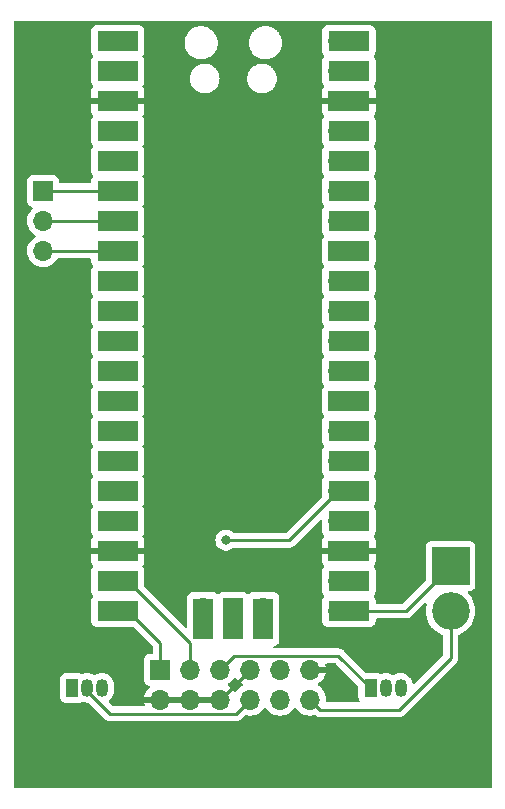
<source format=gbr>
%TF.GenerationSoftware,KiCad,Pcbnew,7.0.10+dfsg-1*%
%TF.CreationDate,2024-01-14T16:43:57+01:00*%
%TF.ProjectId,picoswitch,7069636f-7377-4697-9463-682e6b696361,rev?*%
%TF.SameCoordinates,Original*%
%TF.FileFunction,Copper,L1,Top*%
%TF.FilePolarity,Positive*%
%FSLAX46Y46*%
G04 Gerber Fmt 4.6, Leading zero omitted, Abs format (unit mm)*
G04 Created by KiCad (PCBNEW 7.0.10+dfsg-1) date 2024-01-14 16:43:57*
%MOMM*%
%LPD*%
G01*
G04 APERTURE LIST*
%TA.AperFunction,ComponentPad*%
%ADD10R,1.700000X1.700000*%
%TD*%
%TA.AperFunction,ComponentPad*%
%ADD11O,1.700000X1.700000*%
%TD*%
%TA.AperFunction,ComponentPad*%
%ADD12R,3.200000X3.200000*%
%TD*%
%TA.AperFunction,ComponentPad*%
%ADD13O,3.200000X3.200000*%
%TD*%
%TA.AperFunction,SMDPad,CuDef*%
%ADD14R,3.500000X1.700000*%
%TD*%
%TA.AperFunction,SMDPad,CuDef*%
%ADD15R,1.700000X3.500000*%
%TD*%
%TA.AperFunction,ComponentPad*%
%ADD16R,1.050000X1.500000*%
%TD*%
%TA.AperFunction,ComponentPad*%
%ADD17O,1.050000X1.500000*%
%TD*%
%TA.AperFunction,ViaPad*%
%ADD18C,0.800000*%
%TD*%
%TA.AperFunction,Conductor*%
%ADD19C,0.250000*%
%TD*%
G04 APERTURE END LIST*
D10*
%TO.P,J1,1,RESET_BTN*%
%TO.N,Net-(U1-GPIO15)*%
X137420000Y-113960000D03*
D11*
%TO.P,J1,2,RESET_BTN*%
%TO.N,GND*%
X137420000Y-116500000D03*
%TO.P,J1,3,POWER_BTN*%
%TO.N,Net-(U1-GPIO14)*%
X139960000Y-113960000D03*
%TO.P,J1,4,POWER_BTN*%
%TO.N,GND*%
X139960000Y-116500000D03*
%TO.P,J1,5,LED_OUT_+*%
%TO.N,Net-(J1-LED_OUT_+)*%
X142500000Y-113960000D03*
%TO.P,J1,6,LED_OUT_-*%
%TO.N,GND*%
X142500000Y-116500000D03*
%TO.P,J1,7,LED_IN_-*%
X145040000Y-113960000D03*
%TO.P,J1,8,LED_IN_+*%
%TO.N,Net-(J1-LED_IN_+)*%
X145040000Y-116500000D03*
%TO.P,J1,9,RESERVED*%
%TO.N,unconnected-(J1-RESERVED-Pad9)*%
X147580000Y-113960000D03*
%TO.P,J1,10,RESERVED*%
%TO.N,unconnected-(J1-RESERVED-Pad10)*%
X147580000Y-116500000D03*
%TO.P,J1,11,POWER_SW_-*%
%TO.N,GND*%
X150120000Y-113960000D03*
%TO.P,J1,12,POWER_SW_+*%
%TO.N,Net-(D1-A)*%
X150120000Y-116500000D03*
%TD*%
D12*
%TO.P,D1,1,K*%
%TO.N,Net-(D1-K)*%
X162000000Y-105190000D03*
D13*
%TO.P,D1,2,A*%
%TO.N,Net-(D1-A)*%
X162000000Y-109000000D03*
%TD*%
D11*
%TO.P,U1,1,GPIO0*%
%TO.N,unconnected-(U1-GPIO0-Pad1)*%
X134720000Y-60740000D03*
D14*
X133820000Y-60740000D03*
D11*
%TO.P,U1,2,GPIO1*%
%TO.N,unconnected-(U1-GPIO1-Pad2)*%
X134720000Y-63280000D03*
D14*
X133820000Y-63280000D03*
%TO.P,U1,3,GND*%
%TO.N,GND*%
X133820000Y-65820000D03*
D10*
X134720000Y-65820000D03*
D11*
%TO.P,U1,4,GPIO2*%
%TO.N,unconnected-(U1-GPIO2-Pad4)*%
X134720000Y-68360000D03*
D14*
X133820000Y-68360000D03*
D11*
%TO.P,U1,5,GPIO3*%
%TO.N,unconnected-(U1-GPIO3-Pad5)*%
X134720000Y-70900000D03*
D14*
X133820000Y-70900000D03*
D11*
%TO.P,U1,6,GPIO4*%
%TO.N,Net-(J2-TX)*%
X134720000Y-73440000D03*
D14*
X133820000Y-73440000D03*
%TO.P,U1,7,GPIO5*%
%TO.N,Net-(J2-RX)*%
X133820000Y-75980000D03*
D11*
X134720000Y-75980000D03*
D10*
%TO.P,U1,8,GND*%
%TO.N,Net-(J2-GND)*%
X134720000Y-78520000D03*
D14*
X133820000Y-78520000D03*
%TO.P,U1,9,GPIO6*%
%TO.N,unconnected-(U1-GPIO6-Pad9)*%
X133820000Y-81060000D03*
D11*
X134720000Y-81060000D03*
%TO.P,U1,10,GPIO7*%
%TO.N,unconnected-(U1-GPIO7-Pad10)*%
X134720000Y-83600000D03*
D14*
X133820000Y-83600000D03*
%TO.P,U1,11,GPIO8*%
%TO.N,unconnected-(U1-GPIO8-Pad11)*%
X133820000Y-86140000D03*
D11*
X134720000Y-86140000D03*
%TO.P,U1,12,GPIO9*%
%TO.N,unconnected-(U1-GPIO9-Pad12)*%
X134720000Y-88680000D03*
D14*
X133820000Y-88680000D03*
D10*
%TO.P,U1,13,GND*%
%TO.N,unconnected-(U1-GND-Pad13)*%
X134720000Y-91220000D03*
D14*
X133820000Y-91220000D03*
%TO.P,U1,14,GPIO10*%
%TO.N,unconnected-(U1-GPIO10-Pad14)*%
X133820000Y-93760000D03*
D11*
X134720000Y-93760000D03*
%TO.P,U1,15,GPIO11*%
%TO.N,unconnected-(U1-GPIO11-Pad15)*%
X134720000Y-96300000D03*
D14*
X133820000Y-96300000D03*
%TO.P,U1,16,GPIO12*%
%TO.N,unconnected-(U1-GPIO12-Pad16)*%
X133820000Y-98840000D03*
D11*
X134720000Y-98840000D03*
D14*
%TO.P,U1,17,GPIO13*%
%TO.N,unconnected-(U1-GPIO13-Pad17)*%
X133820000Y-101380000D03*
D11*
X134720000Y-101380000D03*
D14*
%TO.P,U1,18,GND*%
%TO.N,GND*%
X133820000Y-103920000D03*
D10*
X134720000Y-103920000D03*
D11*
%TO.P,U1,19,GPIO14*%
%TO.N,Net-(U1-GPIO14)*%
X134720000Y-106460000D03*
D14*
X133820000Y-106460000D03*
%TO.P,U1,20,GPIO15*%
%TO.N,Net-(U1-GPIO15)*%
X133820000Y-109000000D03*
D11*
X134720000Y-109000000D03*
D14*
%TO.P,U1,21,GPIO16*%
%TO.N,Net-(D1-K)*%
X153400000Y-109000000D03*
D11*
X152500000Y-109000000D03*
D14*
%TO.P,U1,22,GPIO17*%
%TO.N,unconnected-(U1-GPIO17-Pad22)*%
X153400000Y-106460000D03*
D11*
X152500000Y-106460000D03*
D14*
%TO.P,U1,23,GND*%
%TO.N,GND*%
X153400000Y-103920000D03*
D10*
X152500000Y-103920000D03*
D11*
%TO.P,U1,24,GPIO18*%
%TO.N,unconnected-(U1-GPIO18-Pad24)*%
X152500000Y-101380000D03*
D14*
X153400000Y-101380000D03*
%TO.P,U1,25,GPIO19*%
%TO.N,Net-(Q1-C)*%
X153400000Y-98840000D03*
D11*
X152500000Y-98840000D03*
D14*
%TO.P,U1,26,GPIO20*%
%TO.N,Net-(Q2-B)*%
X153400000Y-96300000D03*
D11*
X152500000Y-96300000D03*
%TO.P,U1,27,GPIO21*%
%TO.N,unconnected-(U1-GPIO21-Pad27)*%
X152500000Y-93760000D03*
D14*
X153400000Y-93760000D03*
D10*
%TO.P,U1,28,GND*%
%TO.N,unconnected-(U1-GND-Pad28)*%
X152500000Y-91220000D03*
D14*
X153400000Y-91220000D03*
D11*
%TO.P,U1,29,GPIO22*%
%TO.N,unconnected-(U1-GPIO22-Pad29)*%
X152500000Y-88680000D03*
D14*
X153400000Y-88680000D03*
%TO.P,U1,30,RUN*%
%TO.N,unconnected-(U1-RUN-Pad30)*%
X153400000Y-86140000D03*
D11*
X152500000Y-86140000D03*
%TO.P,U1,31,GPIO26_ADC0*%
%TO.N,unconnected-(U1-GPIO26_ADC0-Pad31)*%
X152500000Y-83600000D03*
D14*
X153400000Y-83600000D03*
D11*
%TO.P,U1,32,GPIO27_ADC1*%
%TO.N,unconnected-(U1-GPIO27_ADC1-Pad32)*%
X152500000Y-81060000D03*
D14*
X153400000Y-81060000D03*
%TO.P,U1,33,AGND*%
%TO.N,unconnected-(U1-AGND-Pad33)*%
X153400000Y-78520000D03*
D10*
X152500000Y-78520000D03*
D14*
%TO.P,U1,34,GPIO28_ADC2*%
%TO.N,unconnected-(U1-GPIO28_ADC2-Pad34)*%
X153400000Y-75980000D03*
D11*
X152500000Y-75980000D03*
D14*
%TO.P,U1,35,ADC_VREF*%
%TO.N,unconnected-(U1-ADC_VREF-Pad35)*%
X153400000Y-73440000D03*
D11*
X152500000Y-73440000D03*
%TO.P,U1,36,3V3*%
%TO.N,+3V3*%
X152500000Y-70900000D03*
D14*
X153400000Y-70900000D03*
%TO.P,U1,37,3V3_EN*%
%TO.N,unconnected-(U1-3V3_EN-Pad37)*%
X153400000Y-68360000D03*
D11*
X152500000Y-68360000D03*
D14*
%TO.P,U1,38,GND*%
%TO.N,GND*%
X153400000Y-65820000D03*
D10*
X152500000Y-65820000D03*
D14*
%TO.P,U1,39,VSYS*%
%TO.N,unconnected-(U1-VSYS-Pad39)*%
X153400000Y-63280000D03*
D11*
X152500000Y-63280000D03*
%TO.P,U1,40,VBUS*%
%TO.N,+5V*%
X152500000Y-60740000D03*
D14*
X153400000Y-60740000D03*
D15*
%TO.P,U1,41,SWCLK*%
%TO.N,unconnected-(U1-SWCLK-Pad41)*%
X141070000Y-109670000D03*
D11*
X141070000Y-108770000D03*
D10*
%TO.P,U1,42,GND*%
%TO.N,unconnected-(U1-GND-Pad42)*%
X143610000Y-108770000D03*
D15*
X143610000Y-109670000D03*
D11*
%TO.P,U1,43,SWDIO*%
%TO.N,unconnected-(U1-SWDIO-Pad43)*%
X146150000Y-108770000D03*
D15*
X146150000Y-109670000D03*
%TD*%
D16*
%TO.P,Q2,1,C*%
%TO.N,Net-(J1-LED_OUT_+)*%
X155230000Y-115500000D03*
D17*
%TO.P,Q2,2,B*%
%TO.N,Net-(Q2-B)*%
X156500000Y-115500000D03*
%TO.P,Q2,3,E*%
%TO.N,+5V*%
X157770000Y-115500000D03*
%TD*%
%TO.P,Q1,3,E*%
%TO.N,+3V3*%
X132500000Y-115500000D03*
%TO.P,Q1,2,B*%
%TO.N,Net-(J1-LED_IN_+)*%
X131230000Y-115500000D03*
D16*
%TO.P,Q1,1,C*%
%TO.N,Net-(Q1-C)*%
X129960000Y-115500000D03*
%TD*%
D10*
%TO.P,J2,1,TX*%
%TO.N,Net-(J2-TX)*%
X127500000Y-73420000D03*
D11*
%TO.P,J2,2,RX*%
%TO.N,Net-(J2-RX)*%
X127500000Y-75960000D03*
%TO.P,J2,3,GND*%
%TO.N,Net-(J2-GND)*%
X127500000Y-78500000D03*
%TD*%
D18*
%TO.N,Net-(Q1-C)*%
X143000000Y-103000000D03*
%TD*%
D19*
%TO.N,GND*%
X142500000Y-116500000D02*
X145040000Y-113960000D01*
%TO.N,Net-(Q1-C)*%
X143000000Y-103000000D02*
X148340000Y-103000000D01*
X148340000Y-103000000D02*
X152500000Y-98840000D01*
%TO.N,Net-(D1-K)*%
X162000000Y-105190000D02*
X158190000Y-109000000D01*
X158190000Y-109000000D02*
X152500000Y-109000000D01*
%TO.N,Net-(D1-A)*%
X150120000Y-116500000D02*
X150970000Y-117350000D01*
X150970000Y-117350000D02*
X157650000Y-117350000D01*
X157650000Y-117350000D02*
X162000000Y-113000000D01*
X162000000Y-113000000D02*
X162000000Y-109000000D01*
%TO.N,Net-(U1-GPIO14)*%
X139960000Y-113960000D02*
X139960000Y-111700000D01*
X139960000Y-111700000D02*
X134720000Y-106460000D01*
%TO.N,Net-(U1-GPIO15)*%
X137420000Y-113960000D02*
X137420000Y-111700000D01*
X137420000Y-111700000D02*
X134720000Y-109000000D01*
%TO.N,Net-(J1-LED_OUT_+)*%
X155230000Y-115500000D02*
X152515000Y-112785000D01*
X152515000Y-112785000D02*
X143675000Y-112785000D01*
X143675000Y-112785000D02*
X142500000Y-113960000D01*
%TO.N,Net-(J1-LED_IN_+)*%
X131230000Y-115500000D02*
X131230000Y-115725000D01*
X131230000Y-115725000D02*
X133180000Y-117675000D01*
X133180000Y-117675000D02*
X143865000Y-117675000D01*
X143865000Y-117675000D02*
X145040000Y-116500000D01*
%TO.N,Net-(J2-GND)*%
X127500000Y-78500000D02*
X134700000Y-78500000D01*
X134700000Y-78500000D02*
X134720000Y-78520000D01*
%TO.N,Net-(J2-RX)*%
X127500000Y-75960000D02*
X134700000Y-75960000D01*
X134700000Y-75960000D02*
X134720000Y-75980000D01*
%TO.N,Net-(J2-TX)*%
X127500000Y-73420000D02*
X134700000Y-73420000D01*
X134700000Y-73420000D02*
X134720000Y-73440000D01*
%TD*%
%TA.AperFunction,Conductor*%
%TO.N,GND*%
G36*
X139500507Y-116290156D02*
G01*
X139460000Y-116428111D01*
X139460000Y-116571889D01*
X139500507Y-116709844D01*
X139526314Y-116750000D01*
X137853686Y-116750000D01*
X137879493Y-116709844D01*
X137920000Y-116571889D01*
X137920000Y-116428111D01*
X137879493Y-116290156D01*
X137853686Y-116250000D01*
X139526314Y-116250000D01*
X139500507Y-116290156D01*
G37*
%TD.AperFunction*%
%TA.AperFunction,Conductor*%
G36*
X142040507Y-116290156D02*
G01*
X142000000Y-116428111D01*
X142000000Y-116571889D01*
X142040507Y-116709844D01*
X142066314Y-116750000D01*
X140393686Y-116750000D01*
X140419493Y-116709844D01*
X140460000Y-116571889D01*
X140460000Y-116428111D01*
X140419493Y-116290156D01*
X140393686Y-116250000D01*
X142066314Y-116250000D01*
X142040507Y-116290156D01*
G37*
%TD.AperFunction*%
%TA.AperFunction,Conductor*%
G36*
X152271587Y-113430185D02*
G01*
X152292229Y-113446819D01*
X154168181Y-115322772D01*
X154201666Y-115384095D01*
X154204500Y-115410453D01*
X154204500Y-116297870D01*
X154204501Y-116297876D01*
X154210908Y-116357483D01*
X154261202Y-116492328D01*
X154261204Y-116492331D01*
X154286550Y-116526189D01*
X154310967Y-116591654D01*
X154296115Y-116659926D01*
X154246710Y-116709332D01*
X154187283Y-116724500D01*
X151591340Y-116724500D01*
X151524301Y-116704815D01*
X151478546Y-116652011D01*
X151467812Y-116589693D01*
X151475659Y-116500001D01*
X151475659Y-116499999D01*
X151457975Y-116297876D01*
X151455063Y-116264592D01*
X151393903Y-116036337D01*
X151294035Y-115822171D01*
X151288731Y-115814595D01*
X151158494Y-115628597D01*
X150991402Y-115461506D01*
X150991401Y-115461505D01*
X150823844Y-115344180D01*
X150805405Y-115331269D01*
X150761781Y-115276692D01*
X150754588Y-115207193D01*
X150786110Y-115144839D01*
X150805405Y-115128119D01*
X150991082Y-114998105D01*
X151158105Y-114831082D01*
X151293600Y-114637578D01*
X151393429Y-114423492D01*
X151393432Y-114423486D01*
X151450636Y-114210000D01*
X150553686Y-114210000D01*
X150579493Y-114169844D01*
X150620000Y-114031889D01*
X150620000Y-113888111D01*
X150579493Y-113750156D01*
X150553686Y-113710000D01*
X151450636Y-113710000D01*
X151450635Y-113709999D01*
X151412210Y-113566594D01*
X151413873Y-113496744D01*
X151453035Y-113438881D01*
X151517264Y-113411377D01*
X151531985Y-113410500D01*
X152204548Y-113410500D01*
X152271587Y-113430185D01*
G37*
%TD.AperFunction*%
%TA.AperFunction,Conductor*%
G36*
X143855160Y-114626110D02*
G01*
X143871879Y-114645405D01*
X144001890Y-114831078D01*
X144168917Y-114998105D01*
X144354595Y-115128119D01*
X144398219Y-115182696D01*
X144405412Y-115252195D01*
X144373890Y-115314549D01*
X144354595Y-115331269D01*
X144168594Y-115461508D01*
X144001508Y-115628594D01*
X143871269Y-115814595D01*
X143816692Y-115858219D01*
X143747193Y-115865412D01*
X143684839Y-115833890D01*
X143668119Y-115814594D01*
X143538113Y-115628926D01*
X143538108Y-115628920D01*
X143371078Y-115461890D01*
X143185405Y-115331879D01*
X143141780Y-115277302D01*
X143134588Y-115207804D01*
X143166110Y-115145449D01*
X143185406Y-115128730D01*
X143186786Y-115127764D01*
X143371401Y-114998495D01*
X143538495Y-114831401D01*
X143668730Y-114645405D01*
X143723307Y-114601781D01*
X143792805Y-114594587D01*
X143855160Y-114626110D01*
G37*
%TD.AperFunction*%
%TA.AperFunction,Conductor*%
G36*
X165443039Y-59019685D02*
G01*
X165488794Y-59072489D01*
X165500000Y-59124000D01*
X165500000Y-123876000D01*
X165480315Y-123943039D01*
X165427511Y-123988794D01*
X165376000Y-124000000D01*
X125124000Y-124000000D01*
X125056961Y-123980315D01*
X125011206Y-123927511D01*
X125000000Y-123876000D01*
X125000000Y-78500000D01*
X126144341Y-78500000D01*
X126164936Y-78735403D01*
X126164938Y-78735413D01*
X126226094Y-78963655D01*
X126226096Y-78963659D01*
X126226097Y-78963663D01*
X126301563Y-79125500D01*
X126325965Y-79177830D01*
X126325967Y-79177834D01*
X126434281Y-79332521D01*
X126461505Y-79371401D01*
X126628599Y-79538495D01*
X126725384Y-79606265D01*
X126822165Y-79674032D01*
X126822167Y-79674033D01*
X126822170Y-79674035D01*
X127036337Y-79773903D01*
X127036343Y-79773904D01*
X127036344Y-79773905D01*
X127091285Y-79788626D01*
X127264592Y-79835063D01*
X127452918Y-79851539D01*
X127499999Y-79855659D01*
X127500000Y-79855659D01*
X127500001Y-79855659D01*
X127539234Y-79852226D01*
X127735408Y-79835063D01*
X127963663Y-79773903D01*
X128177830Y-79674035D01*
X128371401Y-79538495D01*
X128538495Y-79371401D01*
X128673652Y-79178377D01*
X128728229Y-79134752D01*
X128775227Y-79125500D01*
X131445501Y-79125500D01*
X131512540Y-79145185D01*
X131558295Y-79197989D01*
X131569501Y-79249500D01*
X131569501Y-79417876D01*
X131575908Y-79477483D01*
X131626202Y-79612328D01*
X131626203Y-79612330D01*
X131703578Y-79715689D01*
X131727995Y-79781153D01*
X131713144Y-79849426D01*
X131703578Y-79864311D01*
X131626203Y-79967669D01*
X131626202Y-79967671D01*
X131575908Y-80102517D01*
X131569501Y-80162116D01*
X131569501Y-80162123D01*
X131569500Y-80162135D01*
X131569500Y-81957870D01*
X131569501Y-81957876D01*
X131575908Y-82017483D01*
X131626202Y-82152328D01*
X131626203Y-82152330D01*
X131703578Y-82255689D01*
X131727995Y-82321153D01*
X131713144Y-82389426D01*
X131703578Y-82404311D01*
X131626203Y-82507669D01*
X131626202Y-82507671D01*
X131575908Y-82642517D01*
X131569501Y-82702116D01*
X131569501Y-82702123D01*
X131569500Y-82702135D01*
X131569500Y-84497870D01*
X131569501Y-84497876D01*
X131575908Y-84557483D01*
X131626202Y-84692328D01*
X131626203Y-84692330D01*
X131703578Y-84795689D01*
X131727995Y-84861153D01*
X131713144Y-84929426D01*
X131703578Y-84944311D01*
X131626203Y-85047669D01*
X131626202Y-85047671D01*
X131575908Y-85182517D01*
X131569501Y-85242116D01*
X131569501Y-85242123D01*
X131569500Y-85242135D01*
X131569500Y-87037870D01*
X131569501Y-87037876D01*
X131575908Y-87097483D01*
X131626202Y-87232328D01*
X131626203Y-87232330D01*
X131703578Y-87335689D01*
X131727995Y-87401153D01*
X131713144Y-87469426D01*
X131703578Y-87484311D01*
X131626203Y-87587669D01*
X131626202Y-87587671D01*
X131575908Y-87722517D01*
X131569501Y-87782116D01*
X131569501Y-87782123D01*
X131569500Y-87782135D01*
X131569500Y-89577870D01*
X131569501Y-89577876D01*
X131575908Y-89637483D01*
X131626202Y-89772328D01*
X131626203Y-89772330D01*
X131703578Y-89875689D01*
X131727995Y-89941153D01*
X131713144Y-90009426D01*
X131703578Y-90024311D01*
X131626203Y-90127669D01*
X131626202Y-90127671D01*
X131575908Y-90262517D01*
X131569501Y-90322116D01*
X131569501Y-90322123D01*
X131569500Y-90322135D01*
X131569500Y-92117870D01*
X131569501Y-92117876D01*
X131575908Y-92177483D01*
X131626202Y-92312328D01*
X131626203Y-92312330D01*
X131703578Y-92415689D01*
X131727995Y-92481153D01*
X131713144Y-92549426D01*
X131703578Y-92564311D01*
X131626203Y-92667669D01*
X131626202Y-92667671D01*
X131575908Y-92802517D01*
X131569501Y-92862116D01*
X131569501Y-92862123D01*
X131569500Y-92862135D01*
X131569500Y-94657870D01*
X131569501Y-94657876D01*
X131575908Y-94717483D01*
X131626202Y-94852328D01*
X131626203Y-94852330D01*
X131703578Y-94955689D01*
X131727995Y-95021153D01*
X131713144Y-95089426D01*
X131703578Y-95104311D01*
X131626203Y-95207669D01*
X131626202Y-95207671D01*
X131575908Y-95342517D01*
X131569501Y-95402116D01*
X131569501Y-95402123D01*
X131569500Y-95402135D01*
X131569500Y-97197870D01*
X131569501Y-97197876D01*
X131575908Y-97257483D01*
X131626202Y-97392328D01*
X131626203Y-97392330D01*
X131703578Y-97495689D01*
X131727995Y-97561153D01*
X131713144Y-97629426D01*
X131703578Y-97644311D01*
X131626203Y-97747669D01*
X131626202Y-97747671D01*
X131575908Y-97882517D01*
X131569501Y-97942116D01*
X131569501Y-97942123D01*
X131569500Y-97942135D01*
X131569500Y-99737870D01*
X131569501Y-99737876D01*
X131575908Y-99797483D01*
X131626202Y-99932328D01*
X131626203Y-99932330D01*
X131703578Y-100035689D01*
X131727995Y-100101153D01*
X131713144Y-100169426D01*
X131703578Y-100184311D01*
X131626203Y-100287669D01*
X131626202Y-100287671D01*
X131575908Y-100422517D01*
X131569501Y-100482116D01*
X131569501Y-100482123D01*
X131569500Y-100482135D01*
X131569500Y-102277870D01*
X131569501Y-102277876D01*
X131575908Y-102337483D01*
X131626202Y-102472328D01*
X131626206Y-102472335D01*
X131703889Y-102576105D01*
X131728307Y-102641569D01*
X131713456Y-102709842D01*
X131703890Y-102724727D01*
X131626647Y-102827910D01*
X131626645Y-102827913D01*
X131576403Y-102962620D01*
X131576401Y-102962627D01*
X131570000Y-103022155D01*
X131570000Y-103670000D01*
X134274428Y-103670000D01*
X134251318Y-103705960D01*
X134210000Y-103846673D01*
X134210000Y-103993327D01*
X134251318Y-104134040D01*
X134274428Y-104170000D01*
X131570000Y-104170000D01*
X131570000Y-104817844D01*
X131576401Y-104877372D01*
X131576403Y-104877379D01*
X131626645Y-105012086D01*
X131626646Y-105012088D01*
X131703890Y-105115272D01*
X131728307Y-105180736D01*
X131713456Y-105249009D01*
X131703890Y-105263894D01*
X131626204Y-105367669D01*
X131626202Y-105367671D01*
X131575908Y-105502517D01*
X131569501Y-105562116D01*
X131569501Y-105562123D01*
X131569500Y-105562135D01*
X131569500Y-107357870D01*
X131569501Y-107357876D01*
X131575908Y-107417483D01*
X131626202Y-107552328D01*
X131626203Y-107552330D01*
X131703578Y-107655689D01*
X131727995Y-107721153D01*
X131713144Y-107789426D01*
X131703578Y-107804311D01*
X131626203Y-107907669D01*
X131626202Y-107907671D01*
X131575908Y-108042517D01*
X131569501Y-108102116D01*
X131569501Y-108102123D01*
X131569500Y-108102135D01*
X131569500Y-109897870D01*
X131569501Y-109897876D01*
X131575908Y-109957483D01*
X131626202Y-110092328D01*
X131626206Y-110092335D01*
X131712452Y-110207544D01*
X131712455Y-110207547D01*
X131827664Y-110293793D01*
X131827671Y-110293797D01*
X131962517Y-110344091D01*
X131962516Y-110344091D01*
X131969444Y-110344835D01*
X132022127Y-110350500D01*
X134655611Y-110350499D01*
X134666419Y-110350971D01*
X134719999Y-110355659D01*
X134720000Y-110355659D01*
X134720001Y-110355659D01*
X134773580Y-110350971D01*
X134784388Y-110350499D01*
X135134547Y-110350499D01*
X135201586Y-110370184D01*
X135222228Y-110386818D01*
X136758181Y-111922771D01*
X136791666Y-111984094D01*
X136794500Y-112010452D01*
X136794500Y-112485500D01*
X136774815Y-112552539D01*
X136722011Y-112598294D01*
X136670501Y-112609500D01*
X136522130Y-112609500D01*
X136522123Y-112609501D01*
X136462516Y-112615908D01*
X136327671Y-112666202D01*
X136327664Y-112666206D01*
X136212455Y-112752452D01*
X136212452Y-112752455D01*
X136126206Y-112867664D01*
X136126202Y-112867671D01*
X136075908Y-113002517D01*
X136069501Y-113062116D01*
X136069500Y-113062135D01*
X136069500Y-114857870D01*
X136069501Y-114857876D01*
X136075908Y-114917483D01*
X136126202Y-115052328D01*
X136126206Y-115052335D01*
X136212452Y-115167544D01*
X136212455Y-115167547D01*
X136327664Y-115253793D01*
X136327671Y-115253797D01*
X136327674Y-115253798D01*
X136459598Y-115303002D01*
X136515531Y-115344873D01*
X136539949Y-115410337D01*
X136525098Y-115478610D01*
X136503947Y-115506865D01*
X136381886Y-115628926D01*
X136246400Y-115822420D01*
X136246399Y-115822422D01*
X136146570Y-116036507D01*
X136146567Y-116036513D01*
X136089364Y-116249999D01*
X136089364Y-116250000D01*
X136986314Y-116250000D01*
X136960507Y-116290156D01*
X136920000Y-116428111D01*
X136920000Y-116571889D01*
X136960507Y-116709844D01*
X136986314Y-116750000D01*
X136089364Y-116750000D01*
X136127790Y-116893406D01*
X136126127Y-116963256D01*
X136086965Y-117021119D01*
X136022736Y-117048623D01*
X136008015Y-117049500D01*
X133490453Y-117049500D01*
X133423414Y-117029815D01*
X133402772Y-117013181D01*
X133113703Y-116724112D01*
X133080218Y-116662789D01*
X133085202Y-116593097D01*
X133122717Y-116540581D01*
X133228647Y-116453647D01*
X133356798Y-116297494D01*
X133452023Y-116119341D01*
X133510662Y-115926033D01*
X133525500Y-115775380D01*
X133525500Y-115224620D01*
X133510662Y-115073967D01*
X133452023Y-114880659D01*
X133452021Y-114880656D01*
X133452021Y-114880654D01*
X133356801Y-114702511D01*
X133356799Y-114702509D01*
X133356798Y-114702506D01*
X133309937Y-114645405D01*
X133228647Y-114546352D01*
X133078940Y-114423492D01*
X133072494Y-114418202D01*
X133072492Y-114418201D01*
X133072488Y-114418198D01*
X132894345Y-114322978D01*
X132701031Y-114264337D01*
X132500000Y-114244538D01*
X132298968Y-114264337D01*
X132105654Y-114322978D01*
X131923453Y-114420367D01*
X131855050Y-114434609D01*
X131806547Y-114420367D01*
X131624345Y-114322978D01*
X131431031Y-114264337D01*
X131230000Y-114244538D01*
X131028968Y-114264337D01*
X130890959Y-114306202D01*
X130835659Y-114322977D01*
X130835658Y-114322977D01*
X130834575Y-114323306D01*
X130764708Y-114323929D01*
X130735618Y-114309529D01*
X130735114Y-114310454D01*
X130727328Y-114306202D01*
X130592482Y-114255908D01*
X130592483Y-114255908D01*
X130532883Y-114249501D01*
X130532881Y-114249500D01*
X130532873Y-114249500D01*
X130532864Y-114249500D01*
X129387129Y-114249500D01*
X129387123Y-114249501D01*
X129327516Y-114255908D01*
X129192671Y-114306202D01*
X129192664Y-114306206D01*
X129077455Y-114392452D01*
X129077452Y-114392455D01*
X128991206Y-114507664D01*
X128991202Y-114507671D01*
X128940908Y-114642517D01*
X128934501Y-114702116D01*
X128934500Y-114702135D01*
X128934500Y-116297870D01*
X128934501Y-116297876D01*
X128940908Y-116357483D01*
X128991202Y-116492328D01*
X128991206Y-116492335D01*
X129077452Y-116607544D01*
X129077455Y-116607547D01*
X129192664Y-116693793D01*
X129192671Y-116693797D01*
X129327517Y-116744091D01*
X129327516Y-116744091D01*
X129334444Y-116744835D01*
X129387127Y-116750500D01*
X130532872Y-116750499D01*
X130592483Y-116744091D01*
X130727331Y-116693796D01*
X130727335Y-116693792D01*
X130735118Y-116689544D01*
X130736252Y-116691621D01*
X130789715Y-116671671D01*
X130834576Y-116676694D01*
X130835656Y-116677021D01*
X130835659Y-116677023D01*
X131028967Y-116735662D01*
X131230000Y-116755462D01*
X131304428Y-116748131D01*
X131373072Y-116761149D01*
X131404262Y-116783853D01*
X132679197Y-118058788D01*
X132689022Y-118071051D01*
X132689243Y-118070869D01*
X132694211Y-118076874D01*
X132743222Y-118122899D01*
X132746021Y-118125612D01*
X132765522Y-118145114D01*
X132765526Y-118145117D01*
X132765529Y-118145120D01*
X132768702Y-118147581D01*
X132777574Y-118155159D01*
X132809418Y-118185062D01*
X132826976Y-118194714D01*
X132843235Y-118205395D01*
X132859064Y-118217673D01*
X132899155Y-118235021D01*
X132909626Y-118240151D01*
X132932180Y-118252550D01*
X132947902Y-118261194D01*
X132947904Y-118261195D01*
X132947908Y-118261197D01*
X132967316Y-118266180D01*
X132985719Y-118272481D01*
X133004101Y-118280436D01*
X133004102Y-118280436D01*
X133004104Y-118280437D01*
X133047250Y-118287270D01*
X133058672Y-118289636D01*
X133100981Y-118300500D01*
X133121016Y-118300500D01*
X133140414Y-118302026D01*
X133160194Y-118305159D01*
X133160195Y-118305160D01*
X133160195Y-118305159D01*
X133160196Y-118305160D01*
X133203675Y-118301050D01*
X133215344Y-118300500D01*
X143782257Y-118300500D01*
X143797877Y-118302224D01*
X143797904Y-118301939D01*
X143805660Y-118302671D01*
X143805667Y-118302673D01*
X143872873Y-118300561D01*
X143876768Y-118300500D01*
X143904346Y-118300500D01*
X143904350Y-118300500D01*
X143908324Y-118299997D01*
X143919963Y-118299080D01*
X143963627Y-118297709D01*
X143982869Y-118292117D01*
X144001912Y-118288174D01*
X144021792Y-118285664D01*
X144062401Y-118269585D01*
X144073444Y-118265803D01*
X144115390Y-118253618D01*
X144132629Y-118243422D01*
X144150103Y-118234862D01*
X144168727Y-118227488D01*
X144168727Y-118227487D01*
X144168732Y-118227486D01*
X144204083Y-118201800D01*
X144213814Y-118195408D01*
X144251420Y-118173170D01*
X144265589Y-118158999D01*
X144280379Y-118146368D01*
X144296587Y-118134594D01*
X144324438Y-118100926D01*
X144332279Y-118092309D01*
X144584353Y-117840235D01*
X144645674Y-117806752D01*
X144704125Y-117808143D01*
X144738780Y-117817428D01*
X144804592Y-117835063D01*
X144992918Y-117851539D01*
X145039999Y-117855659D01*
X145040000Y-117855659D01*
X145040001Y-117855659D01*
X145079234Y-117852226D01*
X145275408Y-117835063D01*
X145503663Y-117773903D01*
X145717830Y-117674035D01*
X145911401Y-117538495D01*
X146078495Y-117371401D01*
X146208425Y-117185842D01*
X146263002Y-117142217D01*
X146332500Y-117135023D01*
X146394855Y-117166546D01*
X146411575Y-117185842D01*
X146541505Y-117371401D01*
X146708599Y-117538495D01*
X146805384Y-117606265D01*
X146902165Y-117674032D01*
X146902167Y-117674033D01*
X146902170Y-117674035D01*
X147116337Y-117773903D01*
X147116343Y-117773904D01*
X147116344Y-117773905D01*
X147171285Y-117788626D01*
X147344592Y-117835063D01*
X147532918Y-117851539D01*
X147579999Y-117855659D01*
X147580000Y-117855659D01*
X147580001Y-117855659D01*
X147619234Y-117852226D01*
X147815408Y-117835063D01*
X148043663Y-117773903D01*
X148257830Y-117674035D01*
X148451401Y-117538495D01*
X148618495Y-117371401D01*
X148748425Y-117185842D01*
X148803002Y-117142217D01*
X148872500Y-117135023D01*
X148934855Y-117166546D01*
X148951575Y-117185842D01*
X149081505Y-117371401D01*
X149248599Y-117538495D01*
X149345384Y-117606265D01*
X149442165Y-117674032D01*
X149442167Y-117674033D01*
X149442170Y-117674035D01*
X149656337Y-117773903D01*
X149656343Y-117773904D01*
X149656344Y-117773905D01*
X149711285Y-117788626D01*
X149884592Y-117835063D01*
X150072918Y-117851539D01*
X150119999Y-117855659D01*
X150120000Y-117855659D01*
X150120001Y-117855659D01*
X150159234Y-117852226D01*
X150355408Y-117835063D01*
X150457875Y-117807607D01*
X150527721Y-117809270D01*
X150574847Y-117836988D01*
X150599418Y-117860062D01*
X150599422Y-117860064D01*
X150616973Y-117869713D01*
X150633231Y-117880392D01*
X150649064Y-117892674D01*
X150684410Y-117907968D01*
X150689155Y-117910022D01*
X150699635Y-117915155D01*
X150737908Y-117936197D01*
X150757312Y-117941179D01*
X150775710Y-117947478D01*
X150794105Y-117955438D01*
X150837254Y-117962271D01*
X150848680Y-117964638D01*
X150890981Y-117975500D01*
X150911016Y-117975500D01*
X150930413Y-117977026D01*
X150950196Y-117980160D01*
X150993675Y-117976050D01*
X151005344Y-117975500D01*
X157567257Y-117975500D01*
X157582877Y-117977224D01*
X157582904Y-117976939D01*
X157590660Y-117977671D01*
X157590667Y-117977673D01*
X157657873Y-117975561D01*
X157661768Y-117975500D01*
X157689346Y-117975500D01*
X157689350Y-117975500D01*
X157693324Y-117974997D01*
X157704963Y-117974080D01*
X157748627Y-117972709D01*
X157767869Y-117967117D01*
X157786912Y-117963174D01*
X157806792Y-117960664D01*
X157847401Y-117944585D01*
X157858444Y-117940803D01*
X157900390Y-117928618D01*
X157917629Y-117918422D01*
X157935103Y-117909862D01*
X157953727Y-117902488D01*
X157953727Y-117902487D01*
X157953732Y-117902486D01*
X157989083Y-117876800D01*
X157998814Y-117870408D01*
X158036420Y-117848170D01*
X158050589Y-117833999D01*
X158065379Y-117821368D01*
X158081587Y-117809594D01*
X158109438Y-117775926D01*
X158117279Y-117767309D01*
X162383788Y-113500801D01*
X162396042Y-113490986D01*
X162395859Y-113490764D01*
X162401868Y-113485791D01*
X162401877Y-113485786D01*
X162447949Y-113436722D01*
X162450566Y-113434023D01*
X162470120Y-113414471D01*
X162472576Y-113411303D01*
X162480156Y-113402427D01*
X162510062Y-113370582D01*
X162519715Y-113353020D01*
X162530389Y-113336770D01*
X162542673Y-113320936D01*
X162560019Y-113280850D01*
X162565157Y-113270362D01*
X162586196Y-113232093D01*
X162586197Y-113232092D01*
X162591177Y-113212691D01*
X162597478Y-113194288D01*
X162605438Y-113175896D01*
X162612272Y-113132741D01*
X162614635Y-113121331D01*
X162625500Y-113079019D01*
X162625500Y-113058983D01*
X162627027Y-113039582D01*
X162630160Y-113019804D01*
X162626050Y-112976324D01*
X162625500Y-112964655D01*
X162625500Y-111099647D01*
X162645185Y-111032608D01*
X162697989Y-110986853D01*
X162701184Y-110985559D01*
X162701173Y-110985532D01*
X162968617Y-110869365D01*
X162968620Y-110869363D01*
X162968625Y-110869361D01*
X163214147Y-110720055D01*
X163437053Y-110538708D01*
X163633189Y-110328698D01*
X163798901Y-110093936D01*
X163931104Y-109838797D01*
X164027334Y-109568032D01*
X164085798Y-109286686D01*
X164105408Y-109000000D01*
X164085798Y-108713314D01*
X164027334Y-108431968D01*
X163931105Y-108161206D01*
X163931106Y-108161206D01*
X163798901Y-107906064D01*
X163633187Y-107671299D01*
X163472397Y-107499136D01*
X163441025Y-107436705D01*
X163448385Y-107367224D01*
X163492142Y-107312753D01*
X163558402Y-107290585D01*
X163563020Y-107290499D01*
X163647871Y-107290499D01*
X163647872Y-107290499D01*
X163707483Y-107284091D01*
X163842331Y-107233796D01*
X163957546Y-107147546D01*
X164043796Y-107032331D01*
X164094091Y-106897483D01*
X164100500Y-106837873D01*
X164100499Y-103542128D01*
X164094091Y-103482517D01*
X164092072Y-103477105D01*
X164043797Y-103347671D01*
X164043793Y-103347664D01*
X163957547Y-103232455D01*
X163957544Y-103232452D01*
X163842335Y-103146206D01*
X163842328Y-103146202D01*
X163707482Y-103095908D01*
X163707483Y-103095908D01*
X163647883Y-103089501D01*
X163647881Y-103089500D01*
X163647873Y-103089500D01*
X163647864Y-103089500D01*
X160352129Y-103089500D01*
X160352123Y-103089501D01*
X160292516Y-103095908D01*
X160157671Y-103146202D01*
X160157664Y-103146206D01*
X160042455Y-103232452D01*
X160042452Y-103232455D01*
X159956206Y-103347664D01*
X159956202Y-103347671D01*
X159905908Y-103482517D01*
X159899501Y-103542116D01*
X159899501Y-103542123D01*
X159899500Y-103542135D01*
X159899500Y-106354546D01*
X159879815Y-106421585D01*
X159863181Y-106442227D01*
X157967228Y-108338181D01*
X157905905Y-108371666D01*
X157879547Y-108374500D01*
X155774499Y-108374500D01*
X155707460Y-108354815D01*
X155661705Y-108302011D01*
X155650499Y-108250500D01*
X155650499Y-108102129D01*
X155650498Y-108102123D01*
X155650497Y-108102116D01*
X155644091Y-108042517D01*
X155593796Y-107907669D01*
X155516421Y-107804309D01*
X155492004Y-107738848D01*
X155506855Y-107670575D01*
X155516416Y-107655696D01*
X155593796Y-107552331D01*
X155644091Y-107417483D01*
X155650500Y-107357873D01*
X155650499Y-105562128D01*
X155644091Y-105502517D01*
X155593796Y-105367669D01*
X155516109Y-105263893D01*
X155491692Y-105198430D01*
X155506543Y-105130157D01*
X155516110Y-105115271D01*
X155593352Y-105012089D01*
X155593354Y-105012086D01*
X155643596Y-104877379D01*
X155643598Y-104877372D01*
X155649999Y-104817844D01*
X155650000Y-104817827D01*
X155650000Y-104170000D01*
X152945572Y-104170000D01*
X152968682Y-104134040D01*
X153010000Y-103993327D01*
X153010000Y-103846673D01*
X152968682Y-103705960D01*
X152945572Y-103670000D01*
X155650000Y-103670000D01*
X155650000Y-103022172D01*
X155649999Y-103022155D01*
X155643598Y-102962627D01*
X155643596Y-102962620D01*
X155593354Y-102827913D01*
X155593352Y-102827910D01*
X155516110Y-102724729D01*
X155491692Y-102659265D01*
X155506543Y-102590992D01*
X155516105Y-102576111D01*
X155593796Y-102472331D01*
X155644091Y-102337483D01*
X155650500Y-102277873D01*
X155650499Y-100482128D01*
X155644091Y-100422517D01*
X155593796Y-100287669D01*
X155516421Y-100184309D01*
X155492004Y-100118848D01*
X155506855Y-100050575D01*
X155516416Y-100035696D01*
X155593796Y-99932331D01*
X155644091Y-99797483D01*
X155650500Y-99737873D01*
X155650499Y-97942128D01*
X155644091Y-97882517D01*
X155593796Y-97747669D01*
X155516421Y-97644309D01*
X155492004Y-97578848D01*
X155506855Y-97510575D01*
X155516416Y-97495696D01*
X155593796Y-97392331D01*
X155644091Y-97257483D01*
X155650500Y-97197873D01*
X155650499Y-95402128D01*
X155644091Y-95342517D01*
X155593796Y-95207669D01*
X155516421Y-95104309D01*
X155492004Y-95038848D01*
X155506855Y-94970575D01*
X155516416Y-94955696D01*
X155593796Y-94852331D01*
X155644091Y-94717483D01*
X155650500Y-94657873D01*
X155650499Y-92862128D01*
X155644091Y-92802517D01*
X155593796Y-92667669D01*
X155516421Y-92564309D01*
X155492004Y-92498848D01*
X155506855Y-92430575D01*
X155516416Y-92415696D01*
X155593796Y-92312331D01*
X155644091Y-92177483D01*
X155650500Y-92117873D01*
X155650499Y-90322128D01*
X155644091Y-90262517D01*
X155593796Y-90127669D01*
X155516421Y-90024309D01*
X155492004Y-89958848D01*
X155506855Y-89890575D01*
X155516416Y-89875696D01*
X155593796Y-89772331D01*
X155644091Y-89637483D01*
X155650500Y-89577873D01*
X155650499Y-87782128D01*
X155644091Y-87722517D01*
X155593796Y-87587669D01*
X155516421Y-87484309D01*
X155492004Y-87418848D01*
X155506855Y-87350575D01*
X155516416Y-87335696D01*
X155593796Y-87232331D01*
X155644091Y-87097483D01*
X155650500Y-87037873D01*
X155650499Y-85242128D01*
X155644091Y-85182517D01*
X155593796Y-85047669D01*
X155516421Y-84944309D01*
X155492004Y-84878848D01*
X155506855Y-84810575D01*
X155516416Y-84795696D01*
X155593796Y-84692331D01*
X155644091Y-84557483D01*
X155650500Y-84497873D01*
X155650499Y-82702128D01*
X155644091Y-82642517D01*
X155593796Y-82507669D01*
X155516421Y-82404309D01*
X155492004Y-82338848D01*
X155506855Y-82270575D01*
X155516416Y-82255696D01*
X155593796Y-82152331D01*
X155644091Y-82017483D01*
X155650500Y-81957873D01*
X155650499Y-80162128D01*
X155644091Y-80102517D01*
X155593796Y-79967669D01*
X155516421Y-79864309D01*
X155492004Y-79798848D01*
X155506855Y-79730575D01*
X155516416Y-79715696D01*
X155593796Y-79612331D01*
X155644091Y-79477483D01*
X155650500Y-79417873D01*
X155650499Y-77622128D01*
X155644091Y-77562517D01*
X155606416Y-77461506D01*
X155593797Y-77427671D01*
X155593795Y-77427668D01*
X155516421Y-77324309D01*
X155492004Y-77258848D01*
X155506855Y-77190575D01*
X155516416Y-77175696D01*
X155593796Y-77072331D01*
X155644091Y-76937483D01*
X155650500Y-76877873D01*
X155650499Y-75082128D01*
X155644091Y-75022517D01*
X155593796Y-74887669D01*
X155516421Y-74784309D01*
X155492004Y-74718848D01*
X155506855Y-74650575D01*
X155516416Y-74635696D01*
X155593796Y-74532331D01*
X155644091Y-74397483D01*
X155650500Y-74337873D01*
X155650499Y-72542128D01*
X155644091Y-72482517D01*
X155636631Y-72462517D01*
X155593797Y-72347671D01*
X155593795Y-72347668D01*
X155578820Y-72327664D01*
X155516421Y-72244309D01*
X155492004Y-72178848D01*
X155506855Y-72110575D01*
X155516416Y-72095696D01*
X155593796Y-71992331D01*
X155644091Y-71857483D01*
X155650500Y-71797873D01*
X155650499Y-70002128D01*
X155644091Y-69942517D01*
X155593796Y-69807669D01*
X155516421Y-69704309D01*
X155492004Y-69638848D01*
X155506855Y-69570575D01*
X155516416Y-69555696D01*
X155593796Y-69452331D01*
X155644091Y-69317483D01*
X155650500Y-69257873D01*
X155650499Y-67462128D01*
X155644091Y-67402517D01*
X155593796Y-67267669D01*
X155516109Y-67163893D01*
X155491692Y-67098430D01*
X155506543Y-67030157D01*
X155516110Y-67015271D01*
X155593352Y-66912089D01*
X155593354Y-66912086D01*
X155643596Y-66777379D01*
X155643598Y-66777372D01*
X155649999Y-66717844D01*
X155650000Y-66717827D01*
X155650000Y-66070000D01*
X152945572Y-66070000D01*
X152968682Y-66034040D01*
X153010000Y-65893327D01*
X153010000Y-65746673D01*
X152968682Y-65605960D01*
X152945572Y-65570000D01*
X155650000Y-65570000D01*
X155650000Y-64922172D01*
X155649999Y-64922155D01*
X155643598Y-64862627D01*
X155643596Y-64862620D01*
X155593354Y-64727913D01*
X155593352Y-64727910D01*
X155516110Y-64624729D01*
X155491692Y-64559265D01*
X155506543Y-64490992D01*
X155516105Y-64476111D01*
X155593796Y-64372331D01*
X155644091Y-64237483D01*
X155650500Y-64177873D01*
X155650499Y-62382128D01*
X155644091Y-62322517D01*
X155621331Y-62261495D01*
X155593797Y-62187671D01*
X155593795Y-62187668D01*
X155516421Y-62084309D01*
X155492004Y-62018848D01*
X155506855Y-61950575D01*
X155516416Y-61935696D01*
X155593796Y-61832331D01*
X155644091Y-61697483D01*
X155650500Y-61637873D01*
X155650499Y-59842128D01*
X155644091Y-59782517D01*
X155641817Y-59776421D01*
X155593797Y-59647671D01*
X155593793Y-59647664D01*
X155507547Y-59532455D01*
X155507544Y-59532452D01*
X155392335Y-59446206D01*
X155392328Y-59446202D01*
X155257482Y-59395908D01*
X155257483Y-59395908D01*
X155197883Y-59389501D01*
X155197881Y-59389500D01*
X155197873Y-59389500D01*
X155197865Y-59389500D01*
X152564385Y-59389500D01*
X152553578Y-59389028D01*
X152500001Y-59384341D01*
X152499997Y-59384341D01*
X152446419Y-59389028D01*
X152435613Y-59389500D01*
X151602129Y-59389500D01*
X151602123Y-59389501D01*
X151542516Y-59395908D01*
X151407671Y-59446202D01*
X151407664Y-59446206D01*
X151292455Y-59532452D01*
X151292452Y-59532455D01*
X151206206Y-59647664D01*
X151206202Y-59647671D01*
X151155908Y-59782517D01*
X151149877Y-59838621D01*
X151149501Y-59842123D01*
X151149500Y-59842135D01*
X151149500Y-60675616D01*
X151149028Y-60686423D01*
X151144341Y-60739997D01*
X151144341Y-60740002D01*
X151149028Y-60793576D01*
X151149500Y-60804383D01*
X151149500Y-61637870D01*
X151149501Y-61637876D01*
X151155908Y-61697483D01*
X151206202Y-61832328D01*
X151206203Y-61832330D01*
X151283578Y-61935689D01*
X151307995Y-62001153D01*
X151293144Y-62069426D01*
X151283578Y-62084309D01*
X151273168Y-62098216D01*
X151206203Y-62187669D01*
X151206202Y-62187671D01*
X151155908Y-62322517D01*
X151149501Y-62382116D01*
X151149501Y-62382123D01*
X151149500Y-62382135D01*
X151149500Y-63215616D01*
X151149028Y-63226423D01*
X151144341Y-63279997D01*
X151144341Y-63280002D01*
X151149028Y-63333576D01*
X151149500Y-63344383D01*
X151149500Y-64177870D01*
X151149501Y-64177876D01*
X151155908Y-64237483D01*
X151206202Y-64372328D01*
X151206206Y-64372335D01*
X151283889Y-64476105D01*
X151308307Y-64541569D01*
X151293456Y-64609842D01*
X151283890Y-64624727D01*
X151206647Y-64727910D01*
X151206645Y-64727913D01*
X151156403Y-64862620D01*
X151156401Y-64862627D01*
X151150000Y-64922155D01*
X151150000Y-65570000D01*
X152054428Y-65570000D01*
X152031318Y-65605960D01*
X151990000Y-65746673D01*
X151990000Y-65893327D01*
X152031318Y-66034040D01*
X152054428Y-66070000D01*
X151150000Y-66070000D01*
X151150000Y-66717844D01*
X151156401Y-66777372D01*
X151156403Y-66777379D01*
X151206645Y-66912086D01*
X151206646Y-66912088D01*
X151283890Y-67015272D01*
X151308307Y-67080736D01*
X151293456Y-67149009D01*
X151283890Y-67163894D01*
X151206204Y-67267669D01*
X151206202Y-67267671D01*
X151155908Y-67402517D01*
X151149501Y-67462116D01*
X151149501Y-67462123D01*
X151149500Y-67462135D01*
X151149500Y-68295616D01*
X151149028Y-68306423D01*
X151144341Y-68359997D01*
X151144341Y-68360002D01*
X151149028Y-68413576D01*
X151149500Y-68424383D01*
X151149500Y-69257870D01*
X151149501Y-69257876D01*
X151155908Y-69317483D01*
X151206202Y-69452328D01*
X151206203Y-69452330D01*
X151283578Y-69555689D01*
X151307995Y-69621153D01*
X151293144Y-69689426D01*
X151283578Y-69704311D01*
X151206203Y-69807669D01*
X151206202Y-69807671D01*
X151155908Y-69942517D01*
X151149501Y-70002116D01*
X151149501Y-70002123D01*
X151149500Y-70002135D01*
X151149500Y-70835616D01*
X151149028Y-70846423D01*
X151144341Y-70899997D01*
X151144341Y-70900002D01*
X151149028Y-70953576D01*
X151149500Y-70964383D01*
X151149500Y-71797870D01*
X151149501Y-71797876D01*
X151155908Y-71857483D01*
X151206202Y-71992328D01*
X151206203Y-71992330D01*
X151206204Y-71992331D01*
X151263973Y-72069501D01*
X151283578Y-72095689D01*
X151307995Y-72161153D01*
X151293144Y-72229426D01*
X151283578Y-72244311D01*
X151206203Y-72347669D01*
X151206202Y-72347671D01*
X151155908Y-72482517D01*
X151151650Y-72522127D01*
X151149501Y-72542123D01*
X151149500Y-72542135D01*
X151149500Y-73375616D01*
X151149028Y-73386423D01*
X151144341Y-73439997D01*
X151144341Y-73440002D01*
X151149028Y-73493576D01*
X151149500Y-73504383D01*
X151149500Y-74337870D01*
X151149501Y-74337876D01*
X151155908Y-74397483D01*
X151206202Y-74532328D01*
X151206203Y-74532330D01*
X151206204Y-74532331D01*
X151277480Y-74627544D01*
X151283578Y-74635689D01*
X151307995Y-74701153D01*
X151293144Y-74769426D01*
X151283578Y-74784311D01*
X151206203Y-74887669D01*
X151206202Y-74887671D01*
X151155908Y-75022517D01*
X151149501Y-75082116D01*
X151149501Y-75082123D01*
X151149500Y-75082135D01*
X151149500Y-75915616D01*
X151149028Y-75926423D01*
X151144341Y-75979997D01*
X151144341Y-75980002D01*
X151149028Y-76033576D01*
X151149500Y-76044383D01*
X151149500Y-76877870D01*
X151149501Y-76877876D01*
X151155908Y-76937483D01*
X151206202Y-77072328D01*
X151206203Y-77072330D01*
X151283578Y-77175689D01*
X151307995Y-77241153D01*
X151293144Y-77309426D01*
X151283578Y-77324311D01*
X151206203Y-77427669D01*
X151206202Y-77427671D01*
X151155908Y-77562517D01*
X151149501Y-77622116D01*
X151149501Y-77622123D01*
X151149500Y-77622135D01*
X151149500Y-79417870D01*
X151149501Y-79417876D01*
X151155908Y-79477483D01*
X151206202Y-79612328D01*
X151206203Y-79612330D01*
X151283578Y-79715689D01*
X151307995Y-79781153D01*
X151293144Y-79849426D01*
X151283578Y-79864311D01*
X151206203Y-79967669D01*
X151206202Y-79967671D01*
X151155908Y-80102517D01*
X151149501Y-80162116D01*
X151149501Y-80162123D01*
X151149500Y-80162135D01*
X151149500Y-80995616D01*
X151149028Y-81006423D01*
X151144341Y-81059997D01*
X151144341Y-81060002D01*
X151149028Y-81113576D01*
X151149500Y-81124383D01*
X151149500Y-81957870D01*
X151149501Y-81957876D01*
X151155908Y-82017483D01*
X151206202Y-82152328D01*
X151206203Y-82152330D01*
X151283578Y-82255689D01*
X151307995Y-82321153D01*
X151293144Y-82389426D01*
X151283578Y-82404311D01*
X151206203Y-82507669D01*
X151206202Y-82507671D01*
X151155908Y-82642517D01*
X151149501Y-82702116D01*
X151149501Y-82702123D01*
X151149500Y-82702135D01*
X151149500Y-83535616D01*
X151149028Y-83546423D01*
X151144341Y-83599997D01*
X151144341Y-83600002D01*
X151149028Y-83653576D01*
X151149500Y-83664383D01*
X151149500Y-84497870D01*
X151149501Y-84497876D01*
X151155908Y-84557483D01*
X151206202Y-84692328D01*
X151206203Y-84692330D01*
X151283578Y-84795689D01*
X151307995Y-84861153D01*
X151293144Y-84929426D01*
X151283578Y-84944311D01*
X151206203Y-85047669D01*
X151206202Y-85047671D01*
X151155908Y-85182517D01*
X151149501Y-85242116D01*
X151149501Y-85242123D01*
X151149500Y-85242135D01*
X151149500Y-86075616D01*
X151149028Y-86086423D01*
X151144341Y-86139997D01*
X151144341Y-86140002D01*
X151149028Y-86193576D01*
X151149500Y-86204383D01*
X151149500Y-87037870D01*
X151149501Y-87037876D01*
X151155908Y-87097483D01*
X151206202Y-87232328D01*
X151206203Y-87232330D01*
X151283578Y-87335689D01*
X151307995Y-87401153D01*
X151293144Y-87469426D01*
X151283578Y-87484311D01*
X151206203Y-87587669D01*
X151206202Y-87587671D01*
X151155908Y-87722517D01*
X151149501Y-87782116D01*
X151149501Y-87782123D01*
X151149500Y-87782135D01*
X151149500Y-88615616D01*
X151149028Y-88626423D01*
X151144341Y-88679997D01*
X151144341Y-88680002D01*
X151149028Y-88733576D01*
X151149500Y-88744383D01*
X151149500Y-89577870D01*
X151149501Y-89577876D01*
X151155908Y-89637483D01*
X151206202Y-89772328D01*
X151206203Y-89772330D01*
X151283578Y-89875689D01*
X151307995Y-89941153D01*
X151293144Y-90009426D01*
X151283578Y-90024311D01*
X151206203Y-90127669D01*
X151206202Y-90127671D01*
X151155908Y-90262517D01*
X151149501Y-90322116D01*
X151149501Y-90322123D01*
X151149500Y-90322135D01*
X151149500Y-92117870D01*
X151149501Y-92117876D01*
X151155908Y-92177483D01*
X151206202Y-92312328D01*
X151206203Y-92312330D01*
X151283578Y-92415689D01*
X151307995Y-92481153D01*
X151293144Y-92549426D01*
X151283578Y-92564311D01*
X151206203Y-92667669D01*
X151206202Y-92667671D01*
X151155908Y-92802517D01*
X151149501Y-92862116D01*
X151149501Y-92862123D01*
X151149500Y-92862135D01*
X151149500Y-93695616D01*
X151149028Y-93706423D01*
X151144341Y-93759997D01*
X151144341Y-93760002D01*
X151149028Y-93813576D01*
X151149500Y-93824383D01*
X151149500Y-94657870D01*
X151149501Y-94657876D01*
X151155908Y-94717483D01*
X151206202Y-94852328D01*
X151206203Y-94852330D01*
X151283578Y-94955689D01*
X151307995Y-95021153D01*
X151293144Y-95089426D01*
X151283578Y-95104311D01*
X151206203Y-95207669D01*
X151206202Y-95207671D01*
X151155908Y-95342517D01*
X151149501Y-95402116D01*
X151149501Y-95402123D01*
X151149500Y-95402135D01*
X151149500Y-96235616D01*
X151149028Y-96246423D01*
X151144341Y-96299997D01*
X151144341Y-96300002D01*
X151149028Y-96353576D01*
X151149500Y-96364383D01*
X151149500Y-97197870D01*
X151149501Y-97197876D01*
X151155908Y-97257483D01*
X151206202Y-97392328D01*
X151206203Y-97392330D01*
X151283578Y-97495689D01*
X151307995Y-97561153D01*
X151293144Y-97629426D01*
X151283578Y-97644311D01*
X151206203Y-97747669D01*
X151206202Y-97747671D01*
X151155908Y-97882517D01*
X151149501Y-97942116D01*
X151149501Y-97942123D01*
X151149500Y-97942135D01*
X151149500Y-98775616D01*
X151149028Y-98786423D01*
X151144341Y-98839997D01*
X151144341Y-98840002D01*
X151149028Y-98893576D01*
X151149500Y-98904383D01*
X151149500Y-99254546D01*
X151129815Y-99321585D01*
X151113181Y-99342227D01*
X148117228Y-102338181D01*
X148055905Y-102371666D01*
X148029547Y-102374500D01*
X143703748Y-102374500D01*
X143636709Y-102354815D01*
X143611600Y-102333474D01*
X143605873Y-102327114D01*
X143605869Y-102327110D01*
X143452734Y-102215851D01*
X143452729Y-102215848D01*
X143279807Y-102138857D01*
X143279802Y-102138855D01*
X143134001Y-102107865D01*
X143094646Y-102099500D01*
X142905354Y-102099500D01*
X142872897Y-102106398D01*
X142720197Y-102138855D01*
X142720192Y-102138857D01*
X142547270Y-102215848D01*
X142547265Y-102215851D01*
X142394129Y-102327111D01*
X142267466Y-102467785D01*
X142172821Y-102631715D01*
X142172818Y-102631722D01*
X142114327Y-102811740D01*
X142114326Y-102811744D01*
X142094540Y-103000000D01*
X142114326Y-103188256D01*
X142114327Y-103188259D01*
X142172818Y-103368277D01*
X142172821Y-103368284D01*
X142267467Y-103532216D01*
X142388401Y-103666526D01*
X142394129Y-103672888D01*
X142547265Y-103784148D01*
X142547270Y-103784151D01*
X142720192Y-103861142D01*
X142720197Y-103861144D01*
X142905354Y-103900500D01*
X142905355Y-103900500D01*
X143094644Y-103900500D01*
X143094646Y-103900500D01*
X143279803Y-103861144D01*
X143452730Y-103784151D01*
X143605871Y-103672888D01*
X143608788Y-103669647D01*
X143611600Y-103666526D01*
X143671087Y-103629879D01*
X143703748Y-103625500D01*
X148257257Y-103625500D01*
X148272877Y-103627224D01*
X148272904Y-103626939D01*
X148280660Y-103627671D01*
X148280667Y-103627673D01*
X148347873Y-103625561D01*
X148351768Y-103625500D01*
X148379346Y-103625500D01*
X148379350Y-103625500D01*
X148383324Y-103624997D01*
X148394963Y-103624080D01*
X148438627Y-103622709D01*
X148457869Y-103617117D01*
X148476912Y-103613174D01*
X148496792Y-103610664D01*
X148537401Y-103594585D01*
X148548444Y-103590803D01*
X148590390Y-103578618D01*
X148607629Y-103568422D01*
X148625103Y-103559862D01*
X148643727Y-103552488D01*
X148643727Y-103552487D01*
X148643732Y-103552486D01*
X148679083Y-103526800D01*
X148688814Y-103520408D01*
X148726420Y-103498170D01*
X148740589Y-103483999D01*
X148755379Y-103471368D01*
X148771587Y-103459594D01*
X148799438Y-103425926D01*
X148807279Y-103417309D01*
X150932661Y-101291927D01*
X150993983Y-101258444D01*
X151063675Y-101263428D01*
X151119608Y-101305300D01*
X151144025Y-101370764D01*
X151144341Y-101379610D01*
X151144341Y-101380002D01*
X151149028Y-101433576D01*
X151149500Y-101444383D01*
X151149500Y-102277870D01*
X151149501Y-102277876D01*
X151155908Y-102337483D01*
X151206202Y-102472328D01*
X151206206Y-102472335D01*
X151283889Y-102576105D01*
X151308307Y-102641569D01*
X151293456Y-102709842D01*
X151283890Y-102724727D01*
X151206647Y-102827910D01*
X151206645Y-102827913D01*
X151156403Y-102962620D01*
X151156401Y-102962627D01*
X151150000Y-103022155D01*
X151150000Y-103670000D01*
X152054428Y-103670000D01*
X152031318Y-103705960D01*
X151990000Y-103846673D01*
X151990000Y-103993327D01*
X152031318Y-104134040D01*
X152054428Y-104170000D01*
X151150000Y-104170000D01*
X151150000Y-104817844D01*
X151156401Y-104877372D01*
X151156403Y-104877379D01*
X151206645Y-105012086D01*
X151206646Y-105012088D01*
X151283890Y-105115272D01*
X151308307Y-105180736D01*
X151293456Y-105249009D01*
X151283890Y-105263894D01*
X151206204Y-105367669D01*
X151206202Y-105367671D01*
X151155908Y-105502517D01*
X151149501Y-105562116D01*
X151149501Y-105562123D01*
X151149500Y-105562135D01*
X151149500Y-106395616D01*
X151149028Y-106406423D01*
X151144341Y-106459997D01*
X151144341Y-106460002D01*
X151149028Y-106513576D01*
X151149500Y-106524383D01*
X151149500Y-107357870D01*
X151149501Y-107357876D01*
X151155908Y-107417483D01*
X151206202Y-107552328D01*
X151206203Y-107552330D01*
X151283578Y-107655689D01*
X151307995Y-107721153D01*
X151293144Y-107789426D01*
X151283578Y-107804311D01*
X151206203Y-107907669D01*
X151206202Y-107907671D01*
X151155908Y-108042517D01*
X151149501Y-108102116D01*
X151149501Y-108102123D01*
X151149500Y-108102135D01*
X151149500Y-108935616D01*
X151149028Y-108946423D01*
X151144341Y-108999997D01*
X151144341Y-109000002D01*
X151149028Y-109053576D01*
X151149500Y-109064383D01*
X151149500Y-109897870D01*
X151149501Y-109897876D01*
X151155908Y-109957483D01*
X151206202Y-110092328D01*
X151206206Y-110092335D01*
X151292452Y-110207544D01*
X151292455Y-110207547D01*
X151407664Y-110293793D01*
X151407671Y-110293797D01*
X151542517Y-110344091D01*
X151542516Y-110344091D01*
X151549444Y-110344835D01*
X151602127Y-110350500D01*
X152435616Y-110350499D01*
X152446425Y-110350971D01*
X152500000Y-110355659D01*
X152553575Y-110350971D01*
X152564384Y-110350499D01*
X155197871Y-110350499D01*
X155197872Y-110350499D01*
X155257483Y-110344091D01*
X155392331Y-110293796D01*
X155507546Y-110207546D01*
X155593796Y-110092331D01*
X155644091Y-109957483D01*
X155650500Y-109897873D01*
X155650500Y-109749500D01*
X155670185Y-109682461D01*
X155722989Y-109636706D01*
X155774500Y-109625500D01*
X158107257Y-109625500D01*
X158122877Y-109627224D01*
X158122904Y-109626939D01*
X158130660Y-109627671D01*
X158130667Y-109627673D01*
X158197873Y-109625561D01*
X158201768Y-109625500D01*
X158229346Y-109625500D01*
X158229350Y-109625500D01*
X158233324Y-109624997D01*
X158244963Y-109624080D01*
X158288627Y-109622709D01*
X158307869Y-109617117D01*
X158326912Y-109613174D01*
X158346792Y-109610664D01*
X158387401Y-109594585D01*
X158398444Y-109590803D01*
X158440390Y-109578618D01*
X158457629Y-109568422D01*
X158475103Y-109559862D01*
X158493727Y-109552488D01*
X158493727Y-109552487D01*
X158493732Y-109552486D01*
X158529083Y-109526800D01*
X158538814Y-109520408D01*
X158576420Y-109498170D01*
X158590589Y-109483999D01*
X158605379Y-109471368D01*
X158621587Y-109459594D01*
X158649438Y-109425926D01*
X158657279Y-109417309D01*
X159766295Y-108308293D01*
X159827616Y-108274810D01*
X159897308Y-108279794D01*
X159953241Y-108321666D01*
X159977658Y-108387130D01*
X159973379Y-108429419D01*
X159972668Y-108431954D01*
X159914201Y-108713319D01*
X159894592Y-109000000D01*
X159914201Y-109286680D01*
X159972666Y-109568034D01*
X159972667Y-109568037D01*
X160068894Y-109838793D01*
X160068893Y-109838793D01*
X160201098Y-110093935D01*
X160366812Y-110328700D01*
X160431801Y-110398285D01*
X160562947Y-110538708D01*
X160785853Y-110720055D01*
X161031382Y-110869365D01*
X161298827Y-110985532D01*
X161298092Y-110987223D01*
X161348558Y-111023748D01*
X161374026Y-111088811D01*
X161374500Y-111099647D01*
X161374500Y-112689547D01*
X161354815Y-112756586D01*
X161338181Y-112777228D01*
X158987644Y-115127764D01*
X158926321Y-115161249D01*
X158856629Y-115156265D01*
X158800696Y-115114393D01*
X158781302Y-115076078D01*
X158774100Y-115052335D01*
X158722023Y-114880659D01*
X158722021Y-114880656D01*
X158722021Y-114880654D01*
X158626801Y-114702511D01*
X158626799Y-114702509D01*
X158626798Y-114702506D01*
X158579937Y-114645405D01*
X158498647Y-114546352D01*
X158348940Y-114423492D01*
X158342494Y-114418202D01*
X158342492Y-114418201D01*
X158342488Y-114418198D01*
X158164345Y-114322978D01*
X157971031Y-114264337D01*
X157770000Y-114244538D01*
X157568968Y-114264337D01*
X157375654Y-114322978D01*
X157193453Y-114420367D01*
X157125050Y-114434609D01*
X157076547Y-114420367D01*
X156894345Y-114322978D01*
X156701031Y-114264337D01*
X156500000Y-114244538D01*
X156298968Y-114264337D01*
X156160959Y-114306202D01*
X156105659Y-114322977D01*
X156105658Y-114322977D01*
X156104575Y-114323306D01*
X156034708Y-114323929D01*
X156005618Y-114309529D01*
X156005114Y-114310454D01*
X155997328Y-114306202D01*
X155862482Y-114255908D01*
X155862483Y-114255908D01*
X155802883Y-114249501D01*
X155802881Y-114249500D01*
X155802873Y-114249500D01*
X155802865Y-114249500D01*
X154915453Y-114249500D01*
X154848414Y-114229815D01*
X154827772Y-114213181D01*
X153015803Y-112401212D01*
X153005980Y-112388950D01*
X153005759Y-112389134D01*
X153000786Y-112383122D01*
X152951776Y-112337099D01*
X152948977Y-112334386D01*
X152929477Y-112314885D01*
X152929471Y-112314880D01*
X152926286Y-112312409D01*
X152917434Y-112304848D01*
X152885582Y-112274938D01*
X152885580Y-112274936D01*
X152885577Y-112274935D01*
X152868029Y-112265288D01*
X152851763Y-112254604D01*
X152835932Y-112242324D01*
X152795849Y-112224978D01*
X152785363Y-112219841D01*
X152747094Y-112198803D01*
X152747092Y-112198802D01*
X152727693Y-112193822D01*
X152709281Y-112187518D01*
X152690898Y-112179562D01*
X152690892Y-112179560D01*
X152647760Y-112172729D01*
X152636322Y-112170361D01*
X152594020Y-112159500D01*
X152594019Y-112159500D01*
X152573984Y-112159500D01*
X152554586Y-112157973D01*
X152547162Y-112156797D01*
X152534805Y-112154840D01*
X152534804Y-112154840D01*
X152491325Y-112158950D01*
X152479656Y-112159500D01*
X147132901Y-112159500D01*
X147065862Y-112139815D01*
X147020107Y-112087011D01*
X147010163Y-112017853D01*
X147039188Y-111954297D01*
X147097966Y-111916523D01*
X147104384Y-111914824D01*
X147107479Y-111914092D01*
X147107481Y-111914091D01*
X147107483Y-111914091D01*
X147242331Y-111863796D01*
X147357546Y-111777546D01*
X147443796Y-111662331D01*
X147494091Y-111527483D01*
X147500500Y-111467873D01*
X147500499Y-108834381D01*
X147500971Y-108823578D01*
X147505659Y-108770000D01*
X147505659Y-108769999D01*
X147500971Y-108716418D01*
X147500499Y-108705610D01*
X147500499Y-107872129D01*
X147500498Y-107872123D01*
X147500497Y-107872116D01*
X147494091Y-107812517D01*
X147491030Y-107804311D01*
X147443797Y-107677671D01*
X147443793Y-107677664D01*
X147357547Y-107562455D01*
X147357544Y-107562452D01*
X147242335Y-107476206D01*
X147242328Y-107476202D01*
X147107482Y-107425908D01*
X147107483Y-107425908D01*
X147047883Y-107419501D01*
X147047881Y-107419500D01*
X147047873Y-107419500D01*
X147047865Y-107419500D01*
X146214383Y-107419500D01*
X146203576Y-107419028D01*
X146150002Y-107414341D01*
X146149999Y-107414341D01*
X146114865Y-107417414D01*
X146096421Y-107419028D01*
X146085616Y-107419500D01*
X145252129Y-107419500D01*
X145252123Y-107419501D01*
X145192516Y-107425908D01*
X145057671Y-107476202D01*
X145057669Y-107476203D01*
X144954311Y-107553578D01*
X144888847Y-107577995D01*
X144820574Y-107563144D01*
X144805689Y-107553578D01*
X144702330Y-107476203D01*
X144702328Y-107476202D01*
X144567482Y-107425908D01*
X144567483Y-107425908D01*
X144507883Y-107419501D01*
X144507881Y-107419500D01*
X144507873Y-107419500D01*
X144507864Y-107419500D01*
X142712129Y-107419500D01*
X142712123Y-107419501D01*
X142652516Y-107425908D01*
X142517671Y-107476202D01*
X142517669Y-107476203D01*
X142414311Y-107553578D01*
X142348847Y-107577995D01*
X142280574Y-107563144D01*
X142265689Y-107553578D01*
X142162330Y-107476203D01*
X142162328Y-107476202D01*
X142027482Y-107425908D01*
X142027483Y-107425908D01*
X141967883Y-107419501D01*
X141967881Y-107419500D01*
X141967873Y-107419500D01*
X141967865Y-107419500D01*
X141134383Y-107419500D01*
X141123576Y-107419028D01*
X141070002Y-107414341D01*
X141069999Y-107414341D01*
X141034865Y-107417414D01*
X141016421Y-107419028D01*
X141005616Y-107419500D01*
X140172129Y-107419500D01*
X140172123Y-107419501D01*
X140112516Y-107425908D01*
X139977671Y-107476202D01*
X139977664Y-107476206D01*
X139862455Y-107562452D01*
X139862452Y-107562455D01*
X139776206Y-107677664D01*
X139776202Y-107677671D01*
X139725908Y-107812517D01*
X139719501Y-107872116D01*
X139719501Y-107872123D01*
X139719500Y-107872135D01*
X139719500Y-108705618D01*
X139719028Y-108716425D01*
X139714341Y-108769997D01*
X139714341Y-108770001D01*
X139719028Y-108823574D01*
X139719500Y-108834381D01*
X139719500Y-110275547D01*
X139699815Y-110342586D01*
X139647011Y-110388341D01*
X139577853Y-110398285D01*
X139514297Y-110369260D01*
X139507819Y-110363228D01*
X136106818Y-106962227D01*
X136073333Y-106900904D01*
X136070499Y-106874546D01*
X136070499Y-106524385D01*
X136070971Y-106513576D01*
X136075659Y-106460000D01*
X136075659Y-106459999D01*
X136070971Y-106406421D01*
X136070499Y-106395613D01*
X136070499Y-105562129D01*
X136070498Y-105562123D01*
X136070497Y-105562116D01*
X136064091Y-105502517D01*
X136013796Y-105367669D01*
X135936109Y-105263893D01*
X135911692Y-105198430D01*
X135926543Y-105130157D01*
X135936110Y-105115271D01*
X136013352Y-105012089D01*
X136013354Y-105012086D01*
X136063596Y-104877379D01*
X136063598Y-104877372D01*
X136069999Y-104817844D01*
X136070000Y-104817827D01*
X136070000Y-104170000D01*
X135165572Y-104170000D01*
X135188682Y-104134040D01*
X135230000Y-103993327D01*
X135230000Y-103846673D01*
X135188682Y-103705960D01*
X135165572Y-103670000D01*
X136070000Y-103670000D01*
X136070000Y-103022172D01*
X136069999Y-103022155D01*
X136063598Y-102962627D01*
X136063596Y-102962620D01*
X136013354Y-102827913D01*
X136013352Y-102827910D01*
X135936110Y-102724729D01*
X135911692Y-102659265D01*
X135926543Y-102590992D01*
X135936105Y-102576111D01*
X136013796Y-102472331D01*
X136064091Y-102337483D01*
X136070500Y-102277873D01*
X136070499Y-101444383D01*
X136070971Y-101433576D01*
X136075659Y-101380000D01*
X136075659Y-101379999D01*
X136070971Y-101326421D01*
X136070499Y-101315613D01*
X136070499Y-100482129D01*
X136070498Y-100482123D01*
X136070497Y-100482116D01*
X136064091Y-100422517D01*
X136013796Y-100287669D01*
X135936421Y-100184309D01*
X135912004Y-100118848D01*
X135926855Y-100050575D01*
X135936416Y-100035696D01*
X136013796Y-99932331D01*
X136064091Y-99797483D01*
X136070500Y-99737873D01*
X136070499Y-98904383D01*
X136070971Y-98893576D01*
X136075659Y-98840000D01*
X136075659Y-98839999D01*
X136070971Y-98786421D01*
X136070499Y-98775613D01*
X136070499Y-97942129D01*
X136070498Y-97942123D01*
X136070497Y-97942116D01*
X136064091Y-97882517D01*
X136013796Y-97747669D01*
X135936421Y-97644309D01*
X135912004Y-97578848D01*
X135926855Y-97510575D01*
X135936416Y-97495696D01*
X136013796Y-97392331D01*
X136064091Y-97257483D01*
X136070500Y-97197873D01*
X136070499Y-96364383D01*
X136070971Y-96353576D01*
X136075659Y-96300000D01*
X136075659Y-96299999D01*
X136070971Y-96246421D01*
X136070499Y-96235613D01*
X136070499Y-95402129D01*
X136070498Y-95402123D01*
X136070497Y-95402116D01*
X136064091Y-95342517D01*
X136013796Y-95207669D01*
X135936421Y-95104309D01*
X135912004Y-95038848D01*
X135926855Y-94970575D01*
X135936416Y-94955696D01*
X136013796Y-94852331D01*
X136064091Y-94717483D01*
X136070500Y-94657873D01*
X136070499Y-93824383D01*
X136070971Y-93813576D01*
X136075659Y-93760000D01*
X136075659Y-93759999D01*
X136070971Y-93706421D01*
X136070499Y-93695613D01*
X136070499Y-92862129D01*
X136070498Y-92862123D01*
X136070497Y-92862116D01*
X136064091Y-92802517D01*
X136013796Y-92667669D01*
X135936421Y-92564309D01*
X135912004Y-92498848D01*
X135926855Y-92430575D01*
X135936416Y-92415696D01*
X136013796Y-92312331D01*
X136064091Y-92177483D01*
X136070500Y-92117873D01*
X136070499Y-90322128D01*
X136064091Y-90262517D01*
X136013796Y-90127669D01*
X135936421Y-90024309D01*
X135912004Y-89958848D01*
X135926855Y-89890575D01*
X135936416Y-89875696D01*
X136013796Y-89772331D01*
X136064091Y-89637483D01*
X136070500Y-89577873D01*
X136070499Y-88744383D01*
X136070971Y-88733576D01*
X136075659Y-88680000D01*
X136075659Y-88679999D01*
X136070971Y-88626421D01*
X136070499Y-88615613D01*
X136070499Y-87782129D01*
X136070498Y-87782123D01*
X136070497Y-87782116D01*
X136064091Y-87722517D01*
X136013796Y-87587669D01*
X135936421Y-87484309D01*
X135912004Y-87418848D01*
X135926855Y-87350575D01*
X135936416Y-87335696D01*
X136013796Y-87232331D01*
X136064091Y-87097483D01*
X136070500Y-87037873D01*
X136070499Y-86204383D01*
X136070971Y-86193576D01*
X136075659Y-86140000D01*
X136075659Y-86139999D01*
X136070971Y-86086421D01*
X136070499Y-86075613D01*
X136070499Y-85242129D01*
X136070498Y-85242123D01*
X136070497Y-85242116D01*
X136064091Y-85182517D01*
X136013796Y-85047669D01*
X135936421Y-84944309D01*
X135912004Y-84878848D01*
X135926855Y-84810575D01*
X135936416Y-84795696D01*
X136013796Y-84692331D01*
X136064091Y-84557483D01*
X136070500Y-84497873D01*
X136070499Y-83664383D01*
X136070971Y-83653576D01*
X136075659Y-83600000D01*
X136075659Y-83599999D01*
X136070971Y-83546421D01*
X136070499Y-83535613D01*
X136070499Y-82702129D01*
X136070498Y-82702123D01*
X136070497Y-82702116D01*
X136064091Y-82642517D01*
X136013796Y-82507669D01*
X135936421Y-82404309D01*
X135912004Y-82338848D01*
X135926855Y-82270575D01*
X135936416Y-82255696D01*
X136013796Y-82152331D01*
X136064091Y-82017483D01*
X136070500Y-81957873D01*
X136070499Y-81124383D01*
X136070971Y-81113576D01*
X136075659Y-81060000D01*
X136075659Y-81059999D01*
X136070971Y-81006421D01*
X136070499Y-80995613D01*
X136070499Y-80162129D01*
X136070498Y-80162123D01*
X136070497Y-80162116D01*
X136064091Y-80102517D01*
X136013796Y-79967669D01*
X135936421Y-79864309D01*
X135912004Y-79798848D01*
X135926855Y-79730575D01*
X135936416Y-79715696D01*
X136013796Y-79612331D01*
X136064091Y-79477483D01*
X136070500Y-79417873D01*
X136070499Y-77622128D01*
X136064091Y-77562517D01*
X136026416Y-77461506D01*
X136013797Y-77427671D01*
X136013795Y-77427668D01*
X135936421Y-77324309D01*
X135912004Y-77258848D01*
X135926855Y-77190575D01*
X135936416Y-77175696D01*
X136013796Y-77072331D01*
X136064091Y-76937483D01*
X136070500Y-76877873D01*
X136070499Y-76044383D01*
X136070971Y-76033576D01*
X136075659Y-75980000D01*
X136075659Y-75979999D01*
X136070971Y-75926421D01*
X136070499Y-75915613D01*
X136070499Y-75082129D01*
X136070498Y-75082123D01*
X136070497Y-75082116D01*
X136064091Y-75022517D01*
X136013796Y-74887669D01*
X135936421Y-74784309D01*
X135912004Y-74718848D01*
X135926855Y-74650575D01*
X135936416Y-74635696D01*
X136013796Y-74532331D01*
X136064091Y-74397483D01*
X136070500Y-74337873D01*
X136070499Y-73504383D01*
X136070971Y-73493576D01*
X136075659Y-73440000D01*
X136075659Y-73439999D01*
X136070971Y-73386421D01*
X136070499Y-73375613D01*
X136070499Y-72542129D01*
X136070498Y-72542123D01*
X136070497Y-72542116D01*
X136064091Y-72482517D01*
X136056631Y-72462517D01*
X136013797Y-72347671D01*
X136013795Y-72347668D01*
X135998820Y-72327664D01*
X135936421Y-72244309D01*
X135912004Y-72178848D01*
X135926855Y-72110575D01*
X135936416Y-72095696D01*
X136013796Y-71992331D01*
X136064091Y-71857483D01*
X136070500Y-71797873D01*
X136070499Y-70964383D01*
X136070971Y-70953576D01*
X136075659Y-70900000D01*
X136075659Y-70899999D01*
X136070971Y-70846421D01*
X136070499Y-70835613D01*
X136070499Y-70002129D01*
X136070498Y-70002123D01*
X136070497Y-70002116D01*
X136064091Y-69942517D01*
X136013796Y-69807669D01*
X135936421Y-69704309D01*
X135912004Y-69638848D01*
X135926855Y-69570575D01*
X135936416Y-69555696D01*
X136013796Y-69452331D01*
X136064091Y-69317483D01*
X136070500Y-69257873D01*
X136070499Y-68424383D01*
X136070971Y-68413576D01*
X136075659Y-68360000D01*
X136075659Y-68359999D01*
X136070971Y-68306421D01*
X136070499Y-68295613D01*
X136070499Y-67462129D01*
X136070498Y-67462123D01*
X136070497Y-67462116D01*
X136064091Y-67402517D01*
X136013796Y-67267669D01*
X135936109Y-67163893D01*
X135911692Y-67098430D01*
X135926543Y-67030157D01*
X135936110Y-67015271D01*
X136013352Y-66912089D01*
X136013354Y-66912086D01*
X136063596Y-66777379D01*
X136063598Y-66777372D01*
X136069999Y-66717844D01*
X136070000Y-66717827D01*
X136070000Y-66070000D01*
X135165572Y-66070000D01*
X135188682Y-66034040D01*
X135230000Y-65893327D01*
X135230000Y-65746673D01*
X135188682Y-65605960D01*
X135165572Y-65570000D01*
X136070000Y-65570000D01*
X136070000Y-64922172D01*
X136069999Y-64922155D01*
X136063598Y-64862627D01*
X136063596Y-64862620D01*
X136013354Y-64727913D01*
X136013352Y-64727910D01*
X135936110Y-64624729D01*
X135911692Y-64559265D01*
X135926543Y-64490992D01*
X135936105Y-64476111D01*
X136013796Y-64372331D01*
X136064091Y-64237483D01*
X136070500Y-64177873D01*
X136070500Y-63900003D01*
X139929723Y-63900003D01*
X139931331Y-63918389D01*
X139931678Y-63934752D01*
X139930709Y-63956324D01*
X139930710Y-63956328D01*
X139941444Y-64035576D01*
X139942094Y-64041412D01*
X139948792Y-64117972D01*
X139948795Y-64117989D01*
X139954461Y-64139134D01*
X139957563Y-64154576D01*
X139960923Y-64179380D01*
X139960926Y-64179392D01*
X139984573Y-64252169D01*
X139986417Y-64258393D01*
X140005423Y-64329324D01*
X140005428Y-64329337D01*
X140016135Y-64352300D01*
X140021682Y-64366380D01*
X140030483Y-64393464D01*
X140065128Y-64457845D01*
X140068316Y-64464200D01*
X140097897Y-64527638D01*
X140097898Y-64527639D01*
X140114410Y-64551221D01*
X140122025Y-64563578D01*
X140137146Y-64591678D01*
X140137152Y-64591687D01*
X140180587Y-64646153D01*
X140185214Y-64652340D01*
X140210510Y-64688465D01*
X140223402Y-64706877D01*
X140223405Y-64706880D01*
X140246186Y-64729661D01*
X140255452Y-64740029D01*
X140277492Y-64767666D01*
X140327387Y-64811259D01*
X140333484Y-64816959D01*
X140378116Y-64861592D01*
X140378121Y-64861596D01*
X140378123Y-64861598D01*
X140379583Y-64862620D01*
X140407332Y-64882050D01*
X140417793Y-64890244D01*
X140447004Y-64915765D01*
X140447013Y-64915771D01*
X140500924Y-64947981D01*
X140508449Y-64952854D01*
X140557359Y-64987101D01*
X140557365Y-64987104D01*
X140592798Y-65003627D01*
X140603992Y-65009561D01*
X140640234Y-65031214D01*
X140640236Y-65031215D01*
X140685728Y-65048288D01*
X140695838Y-65052082D01*
X140704669Y-65055792D01*
X140748300Y-65076138D01*
X140755670Y-65079575D01*
X140755675Y-65079577D01*
X140796756Y-65090584D01*
X140808227Y-65094262D01*
X140850976Y-65110307D01*
X140906047Y-65120301D01*
X140915965Y-65122526D01*
X140967023Y-65136207D01*
X141012829Y-65140214D01*
X141024121Y-65141728D01*
X141072453Y-65150500D01*
X141124985Y-65150500D01*
X141135792Y-65150972D01*
X141184998Y-65155277D01*
X141185000Y-65155277D01*
X141235369Y-65150870D01*
X141240600Y-65150524D01*
X141241122Y-65150500D01*
X141241155Y-65150500D01*
X141294217Y-65145724D01*
X141295173Y-65145638D01*
X141295180Y-65145724D01*
X141295477Y-65145611D01*
X141402977Y-65136207D01*
X141402982Y-65136205D01*
X141405000Y-65136029D01*
X141407205Y-65135736D01*
X141409182Y-65135377D01*
X141409188Y-65135377D01*
X141512684Y-65106812D01*
X141513350Y-65106631D01*
X141614330Y-65079575D01*
X141614337Y-65079571D01*
X141618913Y-65077906D01*
X141624449Y-65076138D01*
X141626159Y-65075495D01*
X141626170Y-65075493D01*
X141719890Y-65030359D01*
X141721016Y-65029825D01*
X141812639Y-64987102D01*
X141812640Y-64987101D01*
X141817327Y-64984395D01*
X141817400Y-64984522D01*
X141828164Y-64978218D01*
X141828973Y-64977829D01*
X141910325Y-64918721D01*
X141911993Y-64917531D01*
X141991877Y-64861598D01*
X141992747Y-64860727D01*
X142007550Y-64848084D01*
X142011078Y-64845522D01*
X142078237Y-64775277D01*
X142080098Y-64773376D01*
X142146592Y-64706883D01*
X142146592Y-64706882D01*
X142146598Y-64706877D01*
X142149285Y-64703039D01*
X142161239Y-64688465D01*
X142166629Y-64682828D01*
X142166628Y-64682828D01*
X142166632Y-64682825D01*
X142218266Y-64604600D01*
X142220083Y-64601928D01*
X142272102Y-64527639D01*
X142275543Y-64520259D01*
X142284432Y-64504364D01*
X142290635Y-64494968D01*
X142326114Y-64411958D01*
X142327713Y-64408377D01*
X142364575Y-64329330D01*
X142367570Y-64318148D01*
X142373325Y-64301505D01*
X142379103Y-64287988D01*
X142398417Y-64203366D01*
X142399533Y-64198863D01*
X142421207Y-64117977D01*
X142422515Y-64103015D01*
X142425150Y-64086237D01*
X142429191Y-64068537D01*
X142432934Y-63985183D01*
X142433274Y-63980036D01*
X142440277Y-63900003D01*
X144779723Y-63900003D01*
X144781331Y-63918389D01*
X144781678Y-63934752D01*
X144780709Y-63956324D01*
X144780710Y-63956328D01*
X144791444Y-64035576D01*
X144792094Y-64041412D01*
X144798792Y-64117972D01*
X144798795Y-64117989D01*
X144804461Y-64139134D01*
X144807563Y-64154576D01*
X144810923Y-64179380D01*
X144810926Y-64179392D01*
X144834573Y-64252169D01*
X144836417Y-64258393D01*
X144855423Y-64329324D01*
X144855428Y-64329337D01*
X144866135Y-64352300D01*
X144871682Y-64366380D01*
X144880483Y-64393464D01*
X144915128Y-64457845D01*
X144918316Y-64464200D01*
X144947897Y-64527638D01*
X144947898Y-64527639D01*
X144964410Y-64551221D01*
X144972025Y-64563578D01*
X144987146Y-64591678D01*
X144987152Y-64591687D01*
X145030587Y-64646153D01*
X145035214Y-64652340D01*
X145060510Y-64688465D01*
X145073402Y-64706877D01*
X145073405Y-64706880D01*
X145096186Y-64729661D01*
X145105452Y-64740029D01*
X145127492Y-64767666D01*
X145177387Y-64811259D01*
X145183484Y-64816959D01*
X145228116Y-64861592D01*
X145228121Y-64861596D01*
X145228123Y-64861598D01*
X145229583Y-64862620D01*
X145257332Y-64882050D01*
X145267793Y-64890244D01*
X145297004Y-64915765D01*
X145297013Y-64915771D01*
X145350924Y-64947981D01*
X145358449Y-64952854D01*
X145407359Y-64987101D01*
X145407365Y-64987104D01*
X145442798Y-65003627D01*
X145453992Y-65009561D01*
X145490234Y-65031214D01*
X145490236Y-65031215D01*
X145535728Y-65048288D01*
X145545838Y-65052082D01*
X145554669Y-65055792D01*
X145598300Y-65076138D01*
X145605670Y-65079575D01*
X145605675Y-65079577D01*
X145646756Y-65090584D01*
X145658227Y-65094262D01*
X145700976Y-65110307D01*
X145756047Y-65120301D01*
X145765965Y-65122526D01*
X145817023Y-65136207D01*
X145862829Y-65140214D01*
X145874121Y-65141728D01*
X145922453Y-65150500D01*
X145974985Y-65150500D01*
X145985792Y-65150972D01*
X146034998Y-65155277D01*
X146035000Y-65155277D01*
X146085369Y-65150870D01*
X146090600Y-65150524D01*
X146091122Y-65150500D01*
X146091155Y-65150500D01*
X146144217Y-65145724D01*
X146145173Y-65145638D01*
X146145180Y-65145724D01*
X146145477Y-65145611D01*
X146252977Y-65136207D01*
X146252982Y-65136205D01*
X146255000Y-65136029D01*
X146257205Y-65135736D01*
X146259182Y-65135377D01*
X146259188Y-65135377D01*
X146362684Y-65106812D01*
X146363350Y-65106631D01*
X146464330Y-65079575D01*
X146464337Y-65079571D01*
X146468913Y-65077906D01*
X146474449Y-65076138D01*
X146476159Y-65075495D01*
X146476170Y-65075493D01*
X146569890Y-65030359D01*
X146571016Y-65029825D01*
X146662639Y-64987102D01*
X146662640Y-64987101D01*
X146667327Y-64984395D01*
X146667400Y-64984522D01*
X146678164Y-64978218D01*
X146678973Y-64977829D01*
X146760325Y-64918721D01*
X146761993Y-64917531D01*
X146841877Y-64861598D01*
X146842747Y-64860727D01*
X146857550Y-64848084D01*
X146861078Y-64845522D01*
X146928237Y-64775277D01*
X146930098Y-64773376D01*
X146996592Y-64706883D01*
X146996592Y-64706882D01*
X146996598Y-64706877D01*
X146999285Y-64703039D01*
X147011239Y-64688465D01*
X147016629Y-64682828D01*
X147016628Y-64682828D01*
X147016632Y-64682825D01*
X147068266Y-64604600D01*
X147070083Y-64601928D01*
X147122102Y-64527639D01*
X147125543Y-64520259D01*
X147134432Y-64504364D01*
X147140635Y-64494968D01*
X147176114Y-64411958D01*
X147177713Y-64408377D01*
X147214575Y-64329330D01*
X147217570Y-64318148D01*
X147223325Y-64301505D01*
X147229103Y-64287988D01*
X147248417Y-64203366D01*
X147249533Y-64198863D01*
X147271207Y-64117977D01*
X147272515Y-64103015D01*
X147275150Y-64086237D01*
X147279191Y-64068537D01*
X147282934Y-63985183D01*
X147283274Y-63980036D01*
X147290277Y-63900000D01*
X147288667Y-63881608D01*
X147288321Y-63865239D01*
X147289290Y-63843670D01*
X147278549Y-63764385D01*
X147277905Y-63758600D01*
X147271207Y-63682023D01*
X147265539Y-63660870D01*
X147262434Y-63645412D01*
X147259076Y-63620619D01*
X147259075Y-63620618D01*
X147259075Y-63620613D01*
X147235414Y-63547795D01*
X147233578Y-63541593D01*
X147214576Y-63470674D01*
X147214575Y-63470671D01*
X147214575Y-63470670D01*
X147203863Y-63447699D01*
X147198317Y-63433618D01*
X147189519Y-63406541D01*
X147189517Y-63406537D01*
X147189517Y-63406536D01*
X147154869Y-63342149D01*
X147151681Y-63335794D01*
X147129398Y-63288009D01*
X147122102Y-63272362D01*
X147105592Y-63248785D01*
X147097976Y-63236425D01*
X147092594Y-63226423D01*
X147082852Y-63208319D01*
X147039398Y-63153830D01*
X147034785Y-63147661D01*
X146996598Y-63093123D01*
X146973804Y-63070329D01*
X146964545Y-63059968D01*
X146942506Y-63032332D01*
X146892611Y-62988739D01*
X146886514Y-62983039D01*
X146841878Y-62938402D01*
X146812663Y-62917946D01*
X146802210Y-62909759D01*
X146772996Y-62884235D01*
X146770156Y-62882538D01*
X146719073Y-62852017D01*
X146711550Y-62847145D01*
X146662641Y-62812899D01*
X146627205Y-62796374D01*
X146616015Y-62790442D01*
X146579769Y-62768787D01*
X146579767Y-62768786D01*
X146571951Y-62765852D01*
X146524154Y-62747914D01*
X146515349Y-62744216D01*
X146464330Y-62720425D01*
X146423232Y-62709412D01*
X146411759Y-62705731D01*
X146369024Y-62689692D01*
X146313965Y-62679700D01*
X146304016Y-62677468D01*
X146252977Y-62663793D01*
X146207176Y-62659785D01*
X146195846Y-62658264D01*
X146147552Y-62649500D01*
X146147547Y-62649500D01*
X146095015Y-62649500D01*
X146084208Y-62649028D01*
X146035002Y-62644723D01*
X146034996Y-62644723D01*
X145984651Y-62649127D01*
X145979442Y-62649473D01*
X145978848Y-62649499D01*
X145924915Y-62654352D01*
X145924613Y-62654379D01*
X145827239Y-62662899D01*
X145817023Y-62663793D01*
X145817022Y-62663793D01*
X145815081Y-62663963D01*
X145812708Y-62664278D01*
X145810809Y-62664623D01*
X145707522Y-62693129D01*
X145706628Y-62693372D01*
X145605668Y-62720425D01*
X145601051Y-62722105D01*
X145595520Y-62723872D01*
X145593836Y-62724504D01*
X145500246Y-62769573D01*
X145498853Y-62770233D01*
X145407359Y-62812899D01*
X145402670Y-62815606D01*
X145402598Y-62815481D01*
X145391871Y-62821764D01*
X145391031Y-62822168D01*
X145309662Y-62881284D01*
X145307904Y-62882538D01*
X145228121Y-62938403D01*
X145227241Y-62939284D01*
X145212461Y-62951906D01*
X145208928Y-62954472D01*
X145208921Y-62954478D01*
X145141847Y-63024632D01*
X145139903Y-63026619D01*
X145073404Y-63093119D01*
X145073402Y-63093121D01*
X145070711Y-63096965D01*
X145058773Y-63111521D01*
X145053368Y-63117174D01*
X145033253Y-63147647D01*
X145001750Y-63195369D01*
X144999865Y-63198142D01*
X144947901Y-63272356D01*
X144947891Y-63272374D01*
X144944457Y-63279738D01*
X144935572Y-63295628D01*
X144929363Y-63305034D01*
X144893893Y-63388020D01*
X144892254Y-63391688D01*
X144855426Y-63470664D01*
X144855424Y-63470671D01*
X144852425Y-63481860D01*
X144846681Y-63498475D01*
X144840899Y-63512005D01*
X144840896Y-63512014D01*
X144821576Y-63596659D01*
X144820460Y-63601158D01*
X144798793Y-63682022D01*
X144797483Y-63696992D01*
X144794847Y-63713769D01*
X144790809Y-63731459D01*
X144790809Y-63731464D01*
X144787066Y-63814777D01*
X144786719Y-63820016D01*
X144779723Y-63899995D01*
X144779723Y-63900003D01*
X142440277Y-63900003D01*
X142440277Y-63900000D01*
X142438667Y-63881608D01*
X142438321Y-63865239D01*
X142439290Y-63843670D01*
X142428549Y-63764385D01*
X142427905Y-63758600D01*
X142421207Y-63682023D01*
X142415539Y-63660870D01*
X142412434Y-63645412D01*
X142409076Y-63620619D01*
X142409075Y-63620618D01*
X142409075Y-63620613D01*
X142385414Y-63547795D01*
X142383578Y-63541593D01*
X142364576Y-63470674D01*
X142364575Y-63470671D01*
X142364575Y-63470670D01*
X142353863Y-63447699D01*
X142348317Y-63433618D01*
X142339519Y-63406541D01*
X142339517Y-63406537D01*
X142339517Y-63406536D01*
X142304869Y-63342149D01*
X142301681Y-63335794D01*
X142279398Y-63288009D01*
X142272102Y-63272362D01*
X142255592Y-63248785D01*
X142247976Y-63236425D01*
X142242594Y-63226423D01*
X142232852Y-63208319D01*
X142189398Y-63153830D01*
X142184785Y-63147661D01*
X142146598Y-63093123D01*
X142123804Y-63070329D01*
X142114545Y-63059968D01*
X142092506Y-63032332D01*
X142042611Y-62988739D01*
X142036514Y-62983039D01*
X141991878Y-62938402D01*
X141962663Y-62917946D01*
X141952210Y-62909759D01*
X141922996Y-62884235D01*
X141920156Y-62882538D01*
X141869073Y-62852017D01*
X141861550Y-62847145D01*
X141812641Y-62812899D01*
X141777205Y-62796374D01*
X141766015Y-62790442D01*
X141729769Y-62768787D01*
X141729767Y-62768786D01*
X141721951Y-62765852D01*
X141674154Y-62747914D01*
X141665349Y-62744216D01*
X141614330Y-62720425D01*
X141573232Y-62709412D01*
X141561759Y-62705731D01*
X141519024Y-62689692D01*
X141463965Y-62679700D01*
X141454016Y-62677468D01*
X141402977Y-62663793D01*
X141357176Y-62659785D01*
X141345846Y-62658264D01*
X141297552Y-62649500D01*
X141297547Y-62649500D01*
X141245015Y-62649500D01*
X141234208Y-62649028D01*
X141185002Y-62644723D01*
X141184996Y-62644723D01*
X141134651Y-62649127D01*
X141129442Y-62649473D01*
X141128848Y-62649499D01*
X141074915Y-62654352D01*
X141074613Y-62654379D01*
X140977239Y-62662899D01*
X140967023Y-62663793D01*
X140967022Y-62663793D01*
X140965081Y-62663963D01*
X140962708Y-62664278D01*
X140960809Y-62664623D01*
X140857522Y-62693129D01*
X140856628Y-62693372D01*
X140755668Y-62720425D01*
X140751051Y-62722105D01*
X140745520Y-62723872D01*
X140743836Y-62724504D01*
X140650246Y-62769573D01*
X140648853Y-62770233D01*
X140557359Y-62812899D01*
X140552670Y-62815606D01*
X140552598Y-62815481D01*
X140541871Y-62821764D01*
X140541031Y-62822168D01*
X140459662Y-62881284D01*
X140457904Y-62882538D01*
X140378121Y-62938403D01*
X140377241Y-62939284D01*
X140362461Y-62951906D01*
X140358928Y-62954472D01*
X140358921Y-62954478D01*
X140291847Y-63024632D01*
X140289903Y-63026619D01*
X140223404Y-63093119D01*
X140223402Y-63093121D01*
X140220711Y-63096965D01*
X140208773Y-63111521D01*
X140203368Y-63117174D01*
X140183253Y-63147647D01*
X140151750Y-63195369D01*
X140149865Y-63198142D01*
X140097901Y-63272356D01*
X140097891Y-63272374D01*
X140094457Y-63279738D01*
X140085572Y-63295628D01*
X140079363Y-63305034D01*
X140043893Y-63388020D01*
X140042254Y-63391688D01*
X140005426Y-63470664D01*
X140005424Y-63470671D01*
X140002425Y-63481860D01*
X139996681Y-63498475D01*
X139990899Y-63512005D01*
X139990896Y-63512014D01*
X139971576Y-63596659D01*
X139970460Y-63601158D01*
X139948793Y-63682022D01*
X139947483Y-63696992D01*
X139944847Y-63713769D01*
X139940809Y-63731459D01*
X139940809Y-63731464D01*
X139937066Y-63814777D01*
X139936719Y-63820016D01*
X139929723Y-63899995D01*
X139929723Y-63900003D01*
X136070500Y-63900003D01*
X136070499Y-63344383D01*
X136070971Y-63333576D01*
X136073469Y-63305034D01*
X136075659Y-63280000D01*
X136072406Y-63242827D01*
X136070971Y-63226421D01*
X136070499Y-63215613D01*
X136070499Y-62382129D01*
X136070498Y-62382123D01*
X136070497Y-62382116D01*
X136064091Y-62322517D01*
X136041331Y-62261495D01*
X136013797Y-62187671D01*
X136013795Y-62187668D01*
X135936421Y-62084309D01*
X135912004Y-62018848D01*
X135926855Y-61950575D01*
X135936416Y-61935696D01*
X136013796Y-61832331D01*
X136064091Y-61697483D01*
X136070500Y-61637873D01*
X136070499Y-60869998D01*
X139479700Y-60869998D01*
X139486750Y-60955098D01*
X139487061Y-60960071D01*
X139490819Y-61048523D01*
X139490820Y-61048534D01*
X139495092Y-61068355D01*
X139497451Y-61084238D01*
X139498865Y-61101301D01*
X139498865Y-61101306D01*
X139520660Y-61187372D01*
X139521670Y-61191685D01*
X139541044Y-61281575D01*
X139541046Y-61281582D01*
X139547333Y-61297228D01*
X139552477Y-61313010D01*
X139555843Y-61326300D01*
X139585571Y-61394075D01*
X139592875Y-61410725D01*
X139594377Y-61414300D01*
X139629934Y-61502787D01*
X139629935Y-61502788D01*
X139636981Y-61514232D01*
X139644943Y-61529428D01*
X139649076Y-61538850D01*
X139701366Y-61618886D01*
X139703147Y-61621693D01*
X139754930Y-61705794D01*
X139761543Y-61713308D01*
X139772263Y-61727402D01*
X139776019Y-61733151D01*
X139776021Y-61733153D01*
X139843117Y-61806040D01*
X139844930Y-61808054D01*
X139912436Y-61884755D01*
X139917564Y-61888895D01*
X139930882Y-61901377D01*
X139933216Y-61903913D01*
X140009875Y-61963578D01*
X140014062Y-61966837D01*
X140015795Y-61968211D01*
X140097920Y-62034523D01*
X140097922Y-62034524D01*
X140100678Y-62036064D01*
X140116360Y-62046460D01*
X140116367Y-62046465D01*
X140116371Y-62046467D01*
X140116374Y-62046470D01*
X140209507Y-62096870D01*
X140210785Y-62097573D01*
X140264637Y-62127657D01*
X140306051Y-62150793D01*
X140308849Y-62152058D01*
X140315695Y-62155097D01*
X140315794Y-62154873D01*
X140320491Y-62156933D01*
X140320497Y-62156936D01*
X140423950Y-62192451D01*
X140424557Y-62192662D01*
X140530829Y-62230211D01*
X140530843Y-62230213D01*
X140532392Y-62230617D01*
X140538492Y-62231910D01*
X140539999Y-62232291D01*
X140540019Y-62232298D01*
X140651192Y-62250849D01*
X140651608Y-62250919D01*
X140677416Y-62255345D01*
X140765792Y-62270499D01*
X140765800Y-62270500D01*
X141001044Y-62270500D01*
X141001049Y-62270500D01*
X141055013Y-62261494D01*
X141064883Y-62260252D01*
X141122541Y-62255346D01*
X141171925Y-62242487D01*
X141182760Y-62240177D01*
X141229981Y-62232298D01*
X141284963Y-62213421D01*
X141293941Y-62210716D01*
X141353249Y-62195275D01*
X141396642Y-62175659D01*
X141407436Y-62171377D01*
X141449503Y-62156936D01*
X141503611Y-62127653D01*
X141511541Y-62123721D01*
X141570486Y-62097077D01*
X141607120Y-62072316D01*
X141617503Y-62066018D01*
X141653626Y-62046470D01*
X141704878Y-62006578D01*
X141711584Y-62001710D01*
X141768003Y-61963579D01*
X141797460Y-61935345D01*
X141807075Y-61927035D01*
X141836784Y-61903913D01*
X141883070Y-61853632D01*
X141888490Y-61848100D01*
X141940118Y-61798621D01*
X141962351Y-61768557D01*
X141970799Y-61758331D01*
X141993979Y-61733153D01*
X142033223Y-61673084D01*
X142037317Y-61667196D01*
X142081879Y-61606947D01*
X142097176Y-61576604D01*
X142104074Y-61564637D01*
X142120924Y-61538849D01*
X142151130Y-61469984D01*
X142153927Y-61464045D01*
X142189207Y-61394074D01*
X142198155Y-61364854D01*
X142203153Y-61351383D01*
X142214157Y-61326300D01*
X142233450Y-61250110D01*
X142235088Y-61244255D01*
X142259015Y-61166126D01*
X142259016Y-61166121D01*
X142262460Y-61139227D01*
X142265251Y-61124535D01*
X142271132Y-61101311D01*
X142271134Y-61101305D01*
X142277903Y-61019600D01*
X142278484Y-61014095D01*
X142289298Y-60929654D01*
X142288291Y-60905961D01*
X142288602Y-60890481D01*
X142290300Y-60870000D01*
X142290300Y-60869998D01*
X144929700Y-60869998D01*
X144936750Y-60955098D01*
X144937061Y-60960071D01*
X144940819Y-61048523D01*
X144940820Y-61048534D01*
X144945092Y-61068355D01*
X144947451Y-61084238D01*
X144948865Y-61101301D01*
X144948865Y-61101306D01*
X144970660Y-61187372D01*
X144971670Y-61191685D01*
X144991044Y-61281575D01*
X144991046Y-61281582D01*
X144997333Y-61297228D01*
X145002477Y-61313010D01*
X145005843Y-61326300D01*
X145035571Y-61394075D01*
X145042875Y-61410725D01*
X145044377Y-61414300D01*
X145079934Y-61502787D01*
X145079935Y-61502788D01*
X145086981Y-61514232D01*
X145094943Y-61529428D01*
X145099076Y-61538850D01*
X145151366Y-61618886D01*
X145153147Y-61621693D01*
X145204930Y-61705794D01*
X145211543Y-61713308D01*
X145222263Y-61727402D01*
X145226019Y-61733151D01*
X145226021Y-61733153D01*
X145293117Y-61806040D01*
X145294930Y-61808054D01*
X145362436Y-61884755D01*
X145367564Y-61888895D01*
X145380882Y-61901377D01*
X145383216Y-61903913D01*
X145459875Y-61963578D01*
X145464062Y-61966837D01*
X145465795Y-61968211D01*
X145547920Y-62034523D01*
X145547922Y-62034524D01*
X145550678Y-62036064D01*
X145566360Y-62046460D01*
X145566367Y-62046465D01*
X145566371Y-62046467D01*
X145566374Y-62046470D01*
X145659507Y-62096870D01*
X145660785Y-62097573D01*
X145714637Y-62127657D01*
X145756051Y-62150793D01*
X145758849Y-62152058D01*
X145765695Y-62155097D01*
X145765794Y-62154873D01*
X145770491Y-62156933D01*
X145770497Y-62156936D01*
X145873950Y-62192451D01*
X145874557Y-62192662D01*
X145980829Y-62230211D01*
X145980843Y-62230213D01*
X145982392Y-62230617D01*
X145988492Y-62231910D01*
X145989999Y-62232291D01*
X145990019Y-62232298D01*
X146101192Y-62250849D01*
X146101608Y-62250919D01*
X146127416Y-62255345D01*
X146215792Y-62270499D01*
X146215800Y-62270500D01*
X146451044Y-62270500D01*
X146451049Y-62270500D01*
X146505013Y-62261494D01*
X146514883Y-62260252D01*
X146572541Y-62255346D01*
X146621925Y-62242487D01*
X146632760Y-62240177D01*
X146679981Y-62232298D01*
X146734963Y-62213421D01*
X146743941Y-62210716D01*
X146803249Y-62195275D01*
X146846642Y-62175659D01*
X146857436Y-62171377D01*
X146899503Y-62156936D01*
X146953611Y-62127653D01*
X146961541Y-62123721D01*
X147020486Y-62097077D01*
X147057120Y-62072316D01*
X147067503Y-62066018D01*
X147103626Y-62046470D01*
X147154878Y-62006578D01*
X147161584Y-62001710D01*
X147218003Y-61963579D01*
X147247460Y-61935345D01*
X147257075Y-61927035D01*
X147286784Y-61903913D01*
X147333070Y-61853632D01*
X147338490Y-61848100D01*
X147390118Y-61798621D01*
X147412351Y-61768557D01*
X147420799Y-61758331D01*
X147443979Y-61733153D01*
X147483223Y-61673084D01*
X147487317Y-61667196D01*
X147531879Y-61606947D01*
X147547176Y-61576604D01*
X147554074Y-61564637D01*
X147570924Y-61538849D01*
X147601130Y-61469984D01*
X147603927Y-61464045D01*
X147639207Y-61394074D01*
X147648155Y-61364854D01*
X147653153Y-61351383D01*
X147664157Y-61326300D01*
X147683450Y-61250110D01*
X147685088Y-61244255D01*
X147709015Y-61166126D01*
X147709016Y-61166121D01*
X147712460Y-61139227D01*
X147715251Y-61124535D01*
X147721132Y-61101311D01*
X147721134Y-61101305D01*
X147727903Y-61019600D01*
X147728484Y-61014095D01*
X147739298Y-60929654D01*
X147738291Y-60905961D01*
X147738602Y-60890481D01*
X147740300Y-60870000D01*
X147733248Y-60784902D01*
X147732938Y-60779943D01*
X147731241Y-60740002D01*
X147729180Y-60691468D01*
X147724906Y-60671640D01*
X147722548Y-60655764D01*
X147721134Y-60638695D01*
X147699325Y-60552577D01*
X147698336Y-60548354D01*
X147678954Y-60458419D01*
X147672665Y-60442770D01*
X147667519Y-60426980D01*
X147664157Y-60413700D01*
X147627092Y-60329202D01*
X147625621Y-60325697D01*
X147590064Y-60237210D01*
X147583021Y-60225771D01*
X147575053Y-60210565D01*
X147570924Y-60201151D01*
X147518639Y-60121122D01*
X147516859Y-60118315D01*
X147465074Y-60034212D01*
X147465071Y-60034209D01*
X147465069Y-60034205D01*
X147458451Y-60026686D01*
X147447727Y-60012584D01*
X147443980Y-60006848D01*
X147420800Y-59981668D01*
X147376876Y-59933953D01*
X147375068Y-59931944D01*
X147307565Y-59855246D01*
X147302439Y-59851107D01*
X147289117Y-59838621D01*
X147286785Y-59836088D01*
X147286783Y-59836086D01*
X147205936Y-59773161D01*
X147204198Y-59771783D01*
X147122080Y-59705477D01*
X147122073Y-59705472D01*
X147119311Y-59703929D01*
X147103643Y-59693542D01*
X147103634Y-59693535D01*
X147103628Y-59693532D01*
X147103626Y-59693530D01*
X147010485Y-59643125D01*
X147009094Y-59642359D01*
X146913961Y-59589213D01*
X146911381Y-59588047D01*
X146904284Y-59584898D01*
X146904188Y-59585119D01*
X146899499Y-59583062D01*
X146796278Y-59547626D01*
X146795233Y-59547262D01*
X146689172Y-59509789D01*
X146687635Y-59509389D01*
X146681549Y-59508098D01*
X146679995Y-59507704D01*
X146568772Y-59489144D01*
X146568227Y-59489051D01*
X146454210Y-59469500D01*
X146454200Y-59469500D01*
X146451049Y-59469500D01*
X146218951Y-59469500D01*
X146164993Y-59478503D01*
X146155101Y-59479747D01*
X146097470Y-59484652D01*
X146097461Y-59484653D01*
X146048077Y-59497511D01*
X146037250Y-59499819D01*
X145990012Y-59507703D01*
X145935068Y-59526566D01*
X145926051Y-59529284D01*
X145866749Y-59544725D01*
X145866743Y-59544727D01*
X145823361Y-59564337D01*
X145812553Y-59568624D01*
X145770504Y-59583060D01*
X145770498Y-59583063D01*
X145716396Y-59612341D01*
X145708460Y-59616275D01*
X145649514Y-59642922D01*
X145612883Y-59667679D01*
X145602470Y-59673994D01*
X145566379Y-59693526D01*
X145566367Y-59693533D01*
X145515126Y-59733416D01*
X145508402Y-59738297D01*
X145452001Y-59776417D01*
X145451994Y-59776423D01*
X145422546Y-59804644D01*
X145412918Y-59812967D01*
X145383217Y-59836085D01*
X145383209Y-59836093D01*
X145336925Y-59886369D01*
X145331500Y-59891905D01*
X145279882Y-59941378D01*
X145279880Y-59941380D01*
X145257657Y-59971427D01*
X145249198Y-59981668D01*
X145226021Y-60006846D01*
X145186781Y-60066906D01*
X145182671Y-60072814D01*
X145138124Y-60133047D01*
X145138119Y-60133055D01*
X145122826Y-60163384D01*
X145115918Y-60175370D01*
X145099076Y-60201149D01*
X145068887Y-60269974D01*
X145066060Y-60275975D01*
X145039189Y-60329274D01*
X145030791Y-60345930D01*
X145021847Y-60375131D01*
X145016842Y-60388620D01*
X145005845Y-60413691D01*
X145005845Y-60413692D01*
X144986552Y-60489872D01*
X144984913Y-60495735D01*
X144960984Y-60573877D01*
X144960983Y-60573879D01*
X144957538Y-60600777D01*
X144954750Y-60615454D01*
X144948867Y-60638687D01*
X144948864Y-60638706D01*
X144942097Y-60720377D01*
X144941517Y-60725887D01*
X144930702Y-60810344D01*
X144930701Y-60810345D01*
X144931707Y-60834025D01*
X144931396Y-60849520D01*
X144929700Y-60869998D01*
X142290300Y-60869998D01*
X142283248Y-60784902D01*
X142282938Y-60779943D01*
X142281241Y-60740002D01*
X142279180Y-60691468D01*
X142274906Y-60671640D01*
X142272548Y-60655764D01*
X142271134Y-60638695D01*
X142249325Y-60552577D01*
X142248336Y-60548354D01*
X142228954Y-60458419D01*
X142222665Y-60442770D01*
X142217519Y-60426980D01*
X142214157Y-60413700D01*
X142177092Y-60329202D01*
X142175621Y-60325697D01*
X142140064Y-60237210D01*
X142133021Y-60225771D01*
X142125053Y-60210565D01*
X142120924Y-60201151D01*
X142068639Y-60121122D01*
X142066859Y-60118315D01*
X142015074Y-60034212D01*
X142015071Y-60034209D01*
X142015069Y-60034205D01*
X142008451Y-60026686D01*
X141997727Y-60012584D01*
X141993980Y-60006848D01*
X141970800Y-59981668D01*
X141926876Y-59933953D01*
X141925068Y-59931944D01*
X141857565Y-59855246D01*
X141852439Y-59851107D01*
X141839117Y-59838621D01*
X141836785Y-59836088D01*
X141836783Y-59836086D01*
X141755936Y-59773161D01*
X141754198Y-59771783D01*
X141672080Y-59705477D01*
X141672073Y-59705472D01*
X141669311Y-59703929D01*
X141653643Y-59693542D01*
X141653634Y-59693535D01*
X141653628Y-59693532D01*
X141653626Y-59693530D01*
X141560485Y-59643125D01*
X141559094Y-59642359D01*
X141463961Y-59589213D01*
X141461381Y-59588047D01*
X141454284Y-59584898D01*
X141454188Y-59585119D01*
X141449499Y-59583062D01*
X141346278Y-59547626D01*
X141345233Y-59547262D01*
X141239172Y-59509789D01*
X141237635Y-59509389D01*
X141231549Y-59508098D01*
X141229995Y-59507704D01*
X141118772Y-59489144D01*
X141118227Y-59489051D01*
X141004210Y-59469500D01*
X141004200Y-59469500D01*
X141001049Y-59469500D01*
X140768951Y-59469500D01*
X140714993Y-59478503D01*
X140705101Y-59479747D01*
X140647470Y-59484652D01*
X140647461Y-59484653D01*
X140598077Y-59497511D01*
X140587250Y-59499819D01*
X140540012Y-59507703D01*
X140485068Y-59526566D01*
X140476051Y-59529284D01*
X140416749Y-59544725D01*
X140416743Y-59544727D01*
X140373361Y-59564337D01*
X140362553Y-59568624D01*
X140320504Y-59583060D01*
X140320498Y-59583063D01*
X140266396Y-59612341D01*
X140258460Y-59616275D01*
X140199514Y-59642922D01*
X140162883Y-59667679D01*
X140152470Y-59673994D01*
X140116379Y-59693526D01*
X140116367Y-59693533D01*
X140065126Y-59733416D01*
X140058402Y-59738297D01*
X140002001Y-59776417D01*
X140001994Y-59776423D01*
X139972546Y-59804644D01*
X139962918Y-59812967D01*
X139933217Y-59836085D01*
X139933209Y-59836093D01*
X139886925Y-59886369D01*
X139881500Y-59891905D01*
X139829882Y-59941378D01*
X139829880Y-59941380D01*
X139807657Y-59971427D01*
X139799198Y-59981668D01*
X139776021Y-60006846D01*
X139736781Y-60066906D01*
X139732671Y-60072814D01*
X139688124Y-60133047D01*
X139688119Y-60133055D01*
X139672826Y-60163384D01*
X139665918Y-60175370D01*
X139649076Y-60201149D01*
X139618887Y-60269974D01*
X139616060Y-60275975D01*
X139589189Y-60329274D01*
X139580791Y-60345930D01*
X139571847Y-60375131D01*
X139566842Y-60388620D01*
X139555845Y-60413691D01*
X139555845Y-60413692D01*
X139536552Y-60489872D01*
X139534913Y-60495735D01*
X139510984Y-60573877D01*
X139510983Y-60573879D01*
X139507538Y-60600777D01*
X139504750Y-60615454D01*
X139498867Y-60638687D01*
X139498864Y-60638706D01*
X139492097Y-60720377D01*
X139491517Y-60725887D01*
X139480702Y-60810344D01*
X139480701Y-60810345D01*
X139481707Y-60834025D01*
X139481396Y-60849520D01*
X139479700Y-60869998D01*
X136070499Y-60869998D01*
X136070499Y-60804383D01*
X136070971Y-60793576D01*
X136075659Y-60740000D01*
X136075659Y-60739999D01*
X136070971Y-60686421D01*
X136070499Y-60675613D01*
X136070499Y-59842129D01*
X136070498Y-59842123D01*
X136070497Y-59842116D01*
X136064091Y-59782517D01*
X136061817Y-59776421D01*
X136013797Y-59647671D01*
X136013793Y-59647664D01*
X135927547Y-59532455D01*
X135927544Y-59532452D01*
X135812335Y-59446206D01*
X135812328Y-59446202D01*
X135677482Y-59395908D01*
X135677483Y-59395908D01*
X135617883Y-59389501D01*
X135617881Y-59389500D01*
X135617873Y-59389500D01*
X135617865Y-59389500D01*
X134784380Y-59389500D01*
X134773573Y-59389028D01*
X134747024Y-59386705D01*
X134720001Y-59384341D01*
X134719998Y-59384341D01*
X134666424Y-59389028D01*
X134655617Y-59389500D01*
X132022129Y-59389500D01*
X132022123Y-59389501D01*
X131962516Y-59395908D01*
X131827671Y-59446202D01*
X131827664Y-59446206D01*
X131712455Y-59532452D01*
X131712452Y-59532455D01*
X131626206Y-59647664D01*
X131626202Y-59647671D01*
X131575908Y-59782517D01*
X131569877Y-59838621D01*
X131569501Y-59842123D01*
X131569500Y-59842135D01*
X131569500Y-61637870D01*
X131569501Y-61637876D01*
X131575908Y-61697483D01*
X131626202Y-61832328D01*
X131626203Y-61832330D01*
X131703578Y-61935689D01*
X131727995Y-62001153D01*
X131713144Y-62069426D01*
X131703578Y-62084309D01*
X131693168Y-62098216D01*
X131626203Y-62187669D01*
X131626202Y-62187671D01*
X131575908Y-62322517D01*
X131569501Y-62382116D01*
X131569501Y-62382123D01*
X131569500Y-62382135D01*
X131569500Y-64177870D01*
X131569501Y-64177876D01*
X131575908Y-64237483D01*
X131626202Y-64372328D01*
X131626206Y-64372335D01*
X131703889Y-64476105D01*
X131728307Y-64541569D01*
X131713456Y-64609842D01*
X131703890Y-64624727D01*
X131626647Y-64727910D01*
X131626645Y-64727913D01*
X131576403Y-64862620D01*
X131576401Y-64862627D01*
X131570000Y-64922155D01*
X131570000Y-65570000D01*
X134274428Y-65570000D01*
X134251318Y-65605960D01*
X134210000Y-65746673D01*
X134210000Y-65893327D01*
X134251318Y-66034040D01*
X134274428Y-66070000D01*
X131570000Y-66070000D01*
X131570000Y-66717844D01*
X131576401Y-66777372D01*
X131576403Y-66777379D01*
X131626645Y-66912086D01*
X131626646Y-66912088D01*
X131703890Y-67015272D01*
X131728307Y-67080736D01*
X131713456Y-67149009D01*
X131703890Y-67163894D01*
X131626204Y-67267669D01*
X131626202Y-67267671D01*
X131575908Y-67402517D01*
X131569501Y-67462116D01*
X131569501Y-67462123D01*
X131569500Y-67462135D01*
X131569500Y-69257870D01*
X131569501Y-69257876D01*
X131575908Y-69317483D01*
X131626202Y-69452328D01*
X131626203Y-69452330D01*
X131703578Y-69555689D01*
X131727995Y-69621153D01*
X131713144Y-69689426D01*
X131703578Y-69704311D01*
X131626203Y-69807669D01*
X131626202Y-69807671D01*
X131575908Y-69942517D01*
X131569501Y-70002116D01*
X131569501Y-70002123D01*
X131569500Y-70002135D01*
X131569500Y-71797870D01*
X131569501Y-71797876D01*
X131575908Y-71857483D01*
X131626202Y-71992328D01*
X131626203Y-71992330D01*
X131626204Y-71992331D01*
X131683973Y-72069501D01*
X131703578Y-72095689D01*
X131727995Y-72161153D01*
X131713144Y-72229426D01*
X131703578Y-72244311D01*
X131626203Y-72347669D01*
X131626202Y-72347671D01*
X131575908Y-72482517D01*
X131571650Y-72522127D01*
X131569501Y-72542123D01*
X131569500Y-72542135D01*
X131569500Y-72670500D01*
X131549815Y-72737539D01*
X131497011Y-72783294D01*
X131445500Y-72794500D01*
X128974499Y-72794500D01*
X128907460Y-72774815D01*
X128861705Y-72722011D01*
X128850499Y-72670500D01*
X128850499Y-72522129D01*
X128850498Y-72522123D01*
X128850497Y-72522116D01*
X128844091Y-72462517D01*
X128801256Y-72347671D01*
X128793797Y-72327671D01*
X128793793Y-72327664D01*
X128707547Y-72212455D01*
X128707544Y-72212452D01*
X128592335Y-72126206D01*
X128592328Y-72126202D01*
X128457482Y-72075908D01*
X128457483Y-72075908D01*
X128397883Y-72069501D01*
X128397881Y-72069500D01*
X128397873Y-72069500D01*
X128397864Y-72069500D01*
X126602129Y-72069500D01*
X126602123Y-72069501D01*
X126542516Y-72075908D01*
X126407671Y-72126202D01*
X126407664Y-72126206D01*
X126292455Y-72212452D01*
X126292452Y-72212455D01*
X126206206Y-72327664D01*
X126206202Y-72327671D01*
X126155908Y-72462517D01*
X126149501Y-72522116D01*
X126149501Y-72522123D01*
X126149500Y-72522135D01*
X126149500Y-74317870D01*
X126149501Y-74317876D01*
X126155908Y-74377483D01*
X126206202Y-74512328D01*
X126206206Y-74512335D01*
X126292452Y-74627544D01*
X126292455Y-74627547D01*
X126407664Y-74713793D01*
X126407671Y-74713797D01*
X126539081Y-74762810D01*
X126595015Y-74804681D01*
X126619432Y-74870145D01*
X126604580Y-74938418D01*
X126583430Y-74966673D01*
X126461503Y-75088600D01*
X126325965Y-75282169D01*
X126325964Y-75282171D01*
X126226098Y-75496335D01*
X126226094Y-75496344D01*
X126164938Y-75724586D01*
X126164936Y-75724596D01*
X126144341Y-75959999D01*
X126144341Y-75960000D01*
X126164936Y-76195403D01*
X126164938Y-76195413D01*
X126226094Y-76423655D01*
X126226096Y-76423659D01*
X126226097Y-76423663D01*
X126301563Y-76585500D01*
X126325965Y-76637830D01*
X126325967Y-76637834D01*
X126434281Y-76792521D01*
X126461501Y-76831396D01*
X126461506Y-76831402D01*
X126628597Y-76998493D01*
X126628603Y-76998498D01*
X126814158Y-77128425D01*
X126857783Y-77183002D01*
X126864977Y-77252500D01*
X126833454Y-77314855D01*
X126814158Y-77331575D01*
X126628597Y-77461505D01*
X126461505Y-77628597D01*
X126325965Y-77822169D01*
X126325964Y-77822171D01*
X126226098Y-78036335D01*
X126226094Y-78036344D01*
X126164938Y-78264586D01*
X126164936Y-78264596D01*
X126144341Y-78499999D01*
X126144341Y-78500000D01*
X125000000Y-78500000D01*
X125000000Y-59124000D01*
X125019685Y-59056961D01*
X125072489Y-59011206D01*
X125124000Y-59000000D01*
X165376000Y-59000000D01*
X165443039Y-59019685D01*
G37*
%TD.AperFunction*%
%TD*%
M02*

</source>
